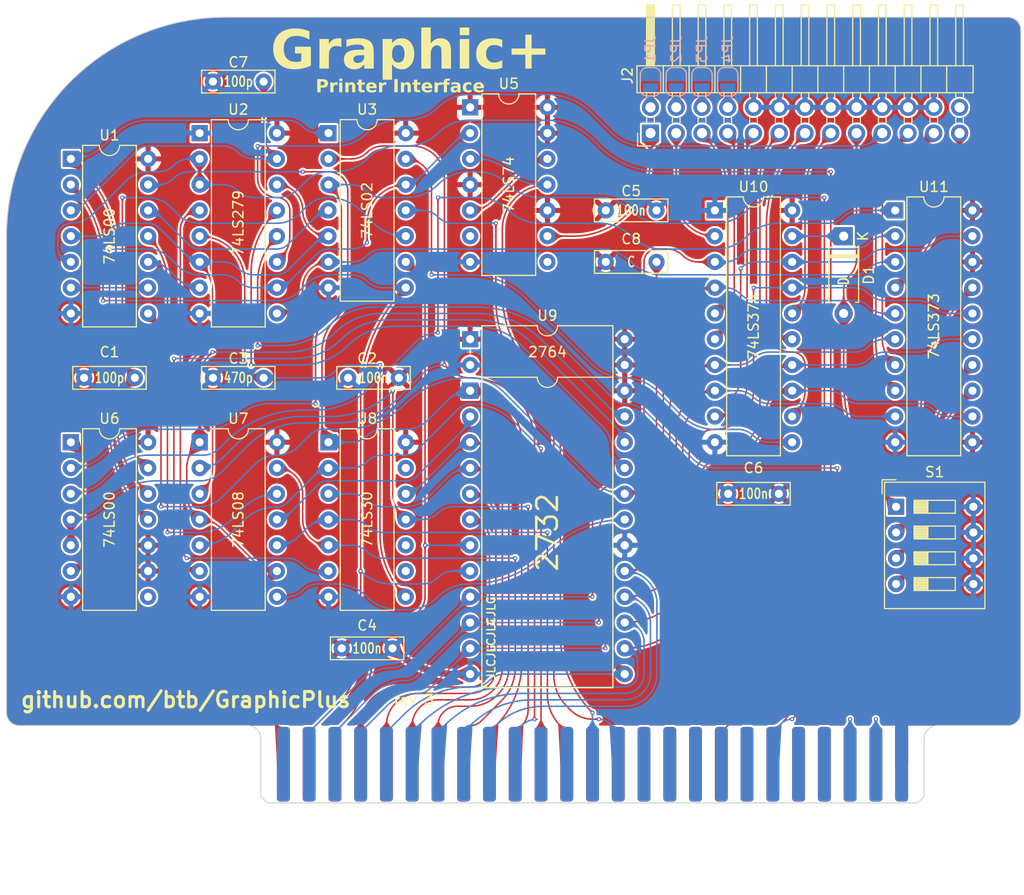
<source format=kicad_pcb>
(kicad_pcb (version 20221018) (generator pcbnew)
  (title_block (date "2023-09-21") (rev "3"))
  (layers (0 "F.Cu" signal) (31 "B.Cu" signal) (34 "B.Paste" user) (35 "F.Paste" user) (36 "B.SilkS" user "B.Silkscreen") (37 "F.SilkS" user "F.Silkscreen") (38 "B.Mask" user) (39 "F.Mask" user) (44 "Edge.Cuts" user))
  (net 0 "")
  (net 1 "Net-(C1-Pad1)")
  (net 2 "GND")
  (net 3 "+5V")
  (net 4 "/A0")
  (net 5 "/A1")
  (net 6 "/A2")
  (net 7 "/A3")
  (net 8 "/A4")
  (net 9 "/A5")
  (net 10 "/A6")
  (net 11 "/A7")
  (net 12 "/A8")
  (net 13 "/A9")
  (net 14 "/A10")
  (net 15 "/A11")
  (net 16 "/A12")
  (net 17 "/A13")
  (net 18 "/A14")
  (net 19 "/A15")
  (net 20 "/R{slash}~{W}")
  (net 21 "Net-(U2B-~{R})")
  (net 22 "Net-(D1-K)")
  (net 23 "/RDY")
  (net 24 "/~{DMA}")
  (net 25 "/DMA_IN")
  (net 26 "/INT_IN")
  (net 27 "/~{NMI}")
  (net 28 "/~{IRQ}")
  (net 29 "/~{RST}")
  (net 30 "/~{INH}")
  (net 31 "/-12V")
  (net 32 "/-5V")
  (net 33 "/PD7")
  (net 34 "/7M")
  (net 35 "/Q3")
  (net 36 "/PHI1")
  (net 37 "/USER1")
  (net 38 "/PHI0")
  (net 39 "/~{DEV}")
  (net 40 "/D7")
  (net 41 "/D6")
  (net 42 "/D5")
  (net 43 "/D4")
  (net 44 "/D3")
  (net 45 "/D2")
  (net 46 "/D1")
  (net 47 "/D0")
  (net 48 "/+12V")
  (net 49 "/~{IOSEL}")
  (net 51 "/~{IOSTB}")
  (net 53 "/~{STROBE}")
  (net 54 "/PD0")
  (net 55 "/PD1")
  (net 56 "/PD2")
  (net 57 "/PD3")
  (net 58 "/PD4")
  (net 59 "/PD5")
  (net 60 "/PD6")
  (net 61 "/~{ACK}")
  (net 62 "/BUSY")
  (net 63 "/P EMPTY")
  (net 64 "/SELECT")
  (net 66 "/~{BANK2}")
  (net 67 "Net-(U1-Pad11)")
  (net 68 "Net-(U1-Pad12)")
  (net 69 "Net-(U2B-Q)")
  (net 70 "/ACK")
  (net 71 "/~{OUTPUT}")
  (net 72 "/ROMA11")
  (net 73 "Net-(U2A-Q)")
  (net 74 "/G_OUTPUT")
  (net 75 "Net-(U11-OE)")
  (net 76 "Net-(U5A-Q)")
  (net 79 "Net-(U6-Pad1)")
  (net 80 "/~{ROMEN}")
  (net 81 "/ROMA8")
  (net 82 "/ROMA9")
  (net 83 "/ROMA10")
  (net 84 "/ROMA6")
  (net 85 "Net-(U11-D6)")
  (net 86 "Net-(U11-D5)")
  (net 87 "Net-(U11-D4)")
  (net 89 "Net-(U3-Pad10)")
  (net 90 "Net-(U1-Pad6)")
  (net 91 "Net-(J2-Pin_2)")
  (net 92 "Net-(J2-Pin_4)")
  (net 93 "Net-(J2-Pin_6)")
  (net 94 "Net-(J2-Pin_8)")
  (footprint "Capacitor_THT:C_Rect_L7.0mm_W2.0mm_P5.00mm" (layer "F.Cu") (at 136.485 69.85 180)
    (fp_text reference "C7")
    (fp_text value "100p")
  )
  (footprint "Package_DIP:DIP-14_W7.62mm" (layer "F.Cu") (at 130.175 105.41)
    (fp_text reference "U7")
    (fp_text value "74LS08")
  )
  (footprint "Capacitor_THT:C_Rect_L7.0mm_W2.0mm_P5.00mm" (layer "F.Cu") (at 136.485 99.06 180)
    (fp_text reference "C3")
    (fp_text value "470p")
  )
  (footprint "Package_DIP:DIP-14_W7.62mm" (layer "F.Cu") (at 117.475 105.41)
    (fp_text reference "U6")
    (fp_text value "74LS00")
  )
  (footprint "Capacitor_THT:C_Rect_L7.0mm_W2.0mm_P5.00mm" (layer "F.Cu") (at 144.185 125.73)
    (fp_text reference "C4")
    (fp_text value "100n")
  )
  (footprint "Package_DIP:DIP-16_W7.62mm" (layer "F.Cu") (at 130.175 74.93)
    (fp_text reference "U2")
    (fp_text value "74LS279")
  )
  (footprint "Package_DIP:DIP-14_W7.62mm" (layer "F.Cu") (at 142.875 105.41)
    (fp_text reference "U8")
    (fp_text value "74LS30")
  )
  (footprint "Package_DIP:DIP-28_W15.24mm" (layer "F.Cu") (at 156.845 95.25)
    (fp_text reference "U9")
    (fp_text value "2764")
  )
  (footprint "Diode_THT:D_A-405_P7.62mm_Horizontal" (layer "F.Cu") (at 193.675 85.09 -90)
    (fp_text reference "D1")
    (fp_text value "D")
  )
  (footprint "Capacitor_THT:C_Rect_L7.0mm_W2.0mm_P5.00mm" (layer "F.Cu") (at 149.82 99.06 180)
    (fp_text reference "C2")
    (fp_text value "100n")
  )
  (footprint "Capacitor_THT:C_Rect_L7.0mm_W2.0mm_P5.00mm" (layer "F.Cu") (at 123.785 99.06 180)
    (fp_text reference "C1")
    (fp_text value "100p")
  )
  (footprint "Package_DIP:DIP-24_W15.24mm" (layer "F.Cu") (at 156.845 100.33)
    (fp_text reference "U9Alt1")
    (fp_text value "2732")
  )
  (footprint "Button_Switch_THT:SW_DIP_SPSTx04_Slide_9.78x12.34mm_W7.62mm_P2.54mm" (layer "F.Cu") (at 198.84 111.77)
    (fp_text reference "S1")
    (fp_text value "SW_DIP_x04")
  )
  (footprint "Package_DIP:DIP-14_W7.62mm" (layer "F.Cu") (at 117.475 77.47)
    (fp_text reference "U1")
    (fp_text value "74LS00")
  )
  (footprint "Connector_PinHeader_2.54mm:PinHeader_2x13_P2.54mm_Horizontal" (layer "F.Cu") (at 174.625 74.93 90)
    (fp_text reference "J2")
    (fp_text value "Printer Connector")
  )
  (footprint "Capacitor_THT:C_Rect_L7.0mm_W2.0mm_P5.00mm" (layer "F.Cu") (at 170.22 82.55)
    (fp_text reference "C5")
    (fp_text value "100n")
  )
  (footprint "Package_DIP:DIP-14_W7.62mm" (layer "F.Cu") (at 142.875 74.93)
    (fp_text reference "U3")
    (fp_text value "74LS02")
  )
  (footprint "Capacitor_THT:C_Rect_L7.0mm_W2.0mm_P5.00mm" (layer "F.Cu") (at 187.285 110.49 180)
    (fp_text reference "C6")
    (fp_text value "100n")
  )
  (footprint "Capacitor_THT:C_Rect_L7.0mm_W2.0mm_P5.00mm" (layer "F.Cu") (at 170.22 87.63)
    (fp_text reference "C8")
    (fp_text value "C")
  )
  (footprint "Package_DIP:DIP-20_W7.62mm" (layer "F.Cu") (at 180.975 82.55)
    (fp_text reference "U10")
    (fp_text value "74LS374")
  )
  (footprint "Apple2:Apple II Expansion Edge Connector" (layer "F.Cu") (at 152.4 132.207)
    (fp_text reference "J1")
    (fp_text value "Apple II Expansion Bus" hide)
  )
  (footprint "Package_DIP:DIP-14_W7.62mm" (layer "F.Cu") (at 156.845 72.39)
    (fp_text reference "U5")
    (fp_text value "74LS74")
  )
  (footprint "Package_DIP:DIP-20_W7.62mm" (layer "F.Cu") (at 198.755 82.55)
    (fp_text reference "U11")
    (fp_text value "74LS373")
  )
  (footprint "Jumper:SolderJumper-2_P1.3mm_Open_RoundedPad1.0x1.5mm" (layer "B.Cu") (at 182.245 69.865 90)
    (fp_text reference "JP4")
    (fp_text value "~")
  )
  (footprint "Jumper:SolderJumper-2_P1.3mm_Open_RoundedPad1.0x1.5mm" (layer "B.Cu") (at 179.705 69.865 90)
    (fp_text reference "JP3")
    (fp_text value "~")
  )
  (footprint "Jumper:SolderJumper-2_P1.3mm_Open_RoundedPad1.0x1.5mm" (layer "B.Cu") (at 177.165 69.865 90)
    (fp_text reference "JP2")
    (fp_text value "~")
  )
  (footprint "Jumper:SolderJumper-2_P1.3mm_Open_RoundedPad1.0x1.5mm" (layer "B.Cu") (at 174.625 69.865 90)
    (fp_text reference "JP1")
    (fp_text value "~")
  )
  (gr_arc locked (start 209.8675 63.5) (mid 210.765526 63.871974) (end 211.1375 64.77) (stroke (width 0.1)) (layer "Edge.Cuts"))
  (gr_line locked (start 211.1375 132.08) (end 211.1375 64.77) (stroke (width 0.1)) (layer "Edge.Cuts"))
  (gr_line locked (start 111.125 132.08) (end 111.125 85.09) (stroke (width 0.1)) (layer "Edge.Cuts"))
  (gr_line locked (start 200.9775 140.97) (end 136.8425 140.97) (stroke (width 0.1)) (layer "Edge.Cuts"))
  (gr_arc locked (start 211.1375 132.08) (mid 210.765526 132.978026) (end 209.8675 133.35) (stroke (width 0.1)) (layer "Edge.Cuts"))
  (gr_arc locked (start 112.395 133.35) (mid 111.496974 132.978026) (end 111.125 132.08) (stroke (width 0.1)) (layer "Edge.Cuts"))
  (gr_line locked (start 201.6125 134.62) (end 201.6125 140.335) (stroke (width 0.1)) (layer "Edge.Cuts"))
  (gr_arc locked (start 134.9375 133.35) (mid 135.835526 133.721974) (end 136.2075 134.62) (stroke (width 0.1)) (layer "Edge.Cuts"))
  (gr_arc locked (start 201.6125 134.62) (mid 201.984474 133.721974) (end 202.8825 133.35) (stroke (width 0.1)) (layer "Edge.Cuts"))
  (gr_line locked (start 112.395 133.35) (end 134.9375 133.35) (stroke (width 0.1)) (layer "Edge.Cuts"))
  (gr_arc locked (start 111.125 85.09) (mid 117.448565 69.823565) (end 132.715 63.5) (stroke (width 0.1)) (layer "Edge.Cuts"))
  (gr_line locked (start 209.8675 63.5) (end 132.715 63.5) (stroke (width 0.1)) (layer "Edge.Cuts"))
  (gr_line locked (start 136.2075 134.62) (end 136.2075 140.335) (stroke (width 0.1)) (layer "Edge.Cuts"))
  (gr_line locked (start 202.8825 133.35) (end 209.8675 133.35) (stroke (width 0.1)) (layer "Edge.Cuts"))
  (gr_line locked (start 201.6125 140.335) (end 200.9775 140.97) (stroke (width 0.1)) (layer "Edge.Cuts"))
  (gr_line locked (start 136.2075 140.335) (end 136.8425 140.97) (stroke (width 0.1)) (layer "Edge.Cuts"))
  (gr_text "JLCJLCJLCJLC" (at 159.385 128.905 90) (layer "F.SilkS") (effects (font (size 0.8 0.8) (thickness 0.15) bold) (justify left bottom)))
  (gr_text "Graphic+" (at 137.16 69.215) (layer "F.SilkS") (effects (font (size 3.81 3.81) (thickness 0.508) bold) (justify left bottom)))
  (gr_text "Printer Interface" (at 141.605 71.12) (layer "F.SilkS") (effects (font (size 1.27 1.27) (thickness 0.3) bold) (justify left bottom)))
  (gr_text "rev ${REVISION}" (at 149.225 130.81) (layer "F.SilkS") (effects (font (size 1 1)) (justify left)))
  (gr_text locked "github.com/btb/GraphicPlus" (at 112.395 130.81) (layer "F.SilkS") (effects (font (size 1.5 1.5) (thickness 0.3)) (justify left)))
  (segment (start 117.475 77.47) (end 118.77691 78.77191) (width 0.15) (layer "F.Cu") (net 1))
  (segment (start 121.92 86.36) (end 121.92 94.557492) (width 0.15) (layer "F.Cu") (net 1))
  (segment (start 125.095 110.49) (end 125.06309 110.45809) (width 0.15) (layer "F.Cu") (net 1))
  (segment (start 123.295323 99.549678) (end 123.785 99.06) (width 0.15) (layer "F.Cu") (net 1))
  (arc (start 121.92 102.87) (mid 122.277435 101.073054) (end 123.295323 99.549678) (width 0.15) (layer "F.Cu") (net 1))
  (arc (start 121.92 94.557492) (mid 122.404697 96.994232) (end 123.785 99.06) (width 0.15) (layer "F.Cu") (net 1))
  (arc (start 118.77691 78.77191) (mid 121.103137 82.253355) (end 121.92 86.36) (width 0.15) (layer "F.Cu") (net 1))
  (arc (start 125.06309 110.45809) (mid 122.736863 106.976645) (end 121.92 102.87) (width 0.15) (layer "F.Cu") (net 1))
  (segment (start 142.875 74.93) (end 141.868025 74.93) (width 0.15) (layer "B.Cu") (net 1))
  (segment (start 138.801975 73.66) (end 130.175 73.66) (width 0.15) (layer "B.Cu") (net 1))
  (segment (start 130.175 73.66) (end 126.365 73.66) (width 0.15) (layer "B.Cu") (net 1))
  (segment (start 121.285 75.565) (end 120.727039 76.122961) (width 0.15) (layer "B.Cu") (net 1))
  (segment (start 126.365 73.66) (end 125.095 73.66) (width 0.15) (layer "B.Cu") (net 1))
  (segment (start 121.842961 75.007038) (end 121.285 75.565) (width 0.15) (layer "B.Cu") (net 1))
  (arc (start 141.868025 74.93) (mid 141.038358 74.764969) (end 140.335 74.295) (width 0.15) (layer "B.Cu") (net 1))
  (arc (start 125.095 73.66) (mid 123.335009 74.010084) (end 121.842961 75.007038) (width 0.15) (layer "B.Cu") (net 1))
  (arc (start 140.335 74.295) (mid 139.631643 73.825031) (end 138.801975 73.66) (width 0.15) (layer "B.Cu") (net 1))
  (arc (start 120.727039 76.122961) (mid 119.234991 77.119915) (end 117.475 77.47) (width 0.15) (layer "B.Cu") (net 1))
  (segment (start 155.317102 128.27) (end 156.845 128.27) (width 0.635) (layer "F.Cu") (net 2))
  (arc (start 155.317102 128.27) (mid 151.998433 127.609875) (end 149.185 125.73) (width 0.635) (layer "F.Cu") (net 2))
  (segment locked (start 199.39 137.16) (end 199.39 132.08) (width 1.27) (layer "B.Cu") (net 2))
  (segment locked (start 199.39 137.16) (end 199.39 132.08) (width 1.27) (layer "F.Cu") (net 3))
  (segment locked (start 140.97 134.883025) (end 140.97 137.16) (width 0.15) (layer "F.Cu") (net 4))
  (segment (start 146.05 118.11) (end 146.05 125.73) (width 0.15) (layer "F.Cu") (net 4))
  (segment (start 141.605 133.35) (end 143.804936 131.150064) (width 0.15) (layer "F.Cu") (net 4))
  (segment (start 146.05 118.11) (end 146.05 100.901179) (width 0.15) (layer "F.Cu") (net 4))
  (segment (start 120.65 91.44) (end 120.65 87.675128) (width 0.15) (layer "F.Cu") (net 4))
  (via (at 146.05 118.11) (size 0.4) (drill 0.2) (layers "F.Cu" "B.Cu") (net 4))
  (via (at 120.65 91.44) (size 0.4) (drill 0.2) (layers "F.Cu" "B.Cu") (net 4))
  (arc (start 120.65 87.675128) (mid 119.824844 83.526791) (end 117.475 80.01) (width 0.15) (layer "F.Cu") (net 4))
  (arc (start 143.804936 131.150064) (mid 145.466527 128.663318) (end 146.05 125.73) (width 0.15) (layer "F.Cu") (net 4))
  (arc (start 146.05 100.901179) (mid 147.205218 95.093506) (end 150.495 90.17) (width 0.15) (layer "F.Cu") (net 4))
  (arc locked (start 141.605 133.35) (mid 141.135031 134.053357) (end 140.97 134.883025) (width 0.15) (layer "F.Cu") (net 4))
  (segment (start 148.218025 90.17) (end 150.495 90.17) (width 0.15) (layer "B.Cu") (net 4))
  (segment (start 140.335 90.17) (end 140.706974 89.798026) (width 0.15) (layer "B.Cu") (net 4))
  (segment (start 142.875 88.9) (end 145.151975 88.9) (width 0.15) (layer "B.Cu") (net 4))
  (segment (start 130.175 91.44) (end 137.795 91.44) (width 0.15) (layer "B.Cu") (net 4))
  (segment (start 139.963025 90.541974) (end 140.335 90.17) (width 0.15) (layer "B.Cu") (net 4))
  (segment (start 130.175 91.44) (end 120.65 91.44) (width 0.15) (layer "B.Cu") (net 4))
  (segment (start 149.116051 119.38) (end 152.136975 119.38) (width 0.15) (layer "B.Cu") (net 4))
  (segment (start 155.203025 118.11) (end 156.845 118.11) (width 0.15) (layer "B.Cu") (net 4))
  (arc (start 145.151975 88.9) (mid 145.981642 89.065031) (end 146.685 89.535) (width 0.15) (layer "B.Cu") (net 4))
  (arc (start 152.136975 119.38) (mid 152.966642 119.214969) (end 153.67 118.745) (width 0.15) (layer "B.Cu") (net 4))
  (arc (start 137.795 91.44) (mid 138.968327 91.206611) (end 139.963025 90.541974) (width 0.15) (layer "B.Cu") (net 4))
  (arc (start 146.685 89.535) (mid 147.388357 90.004969) (end 148.218025 90.17) (width 0.15) (layer "B.Cu") (net 4))
  (arc (start 153.67 118.745) (mid 154.373357 118.275032) (end 155.203025 118.11) (width 0.15) (layer "B.Cu") (net 4))
  (arc (start 140.706974 89.798026) (mid 141.701672 89.133389) (end 142.875 88.9) (width 0.15) (layer "B.Cu") (net 4))
  (arc (start 146.05 118.11) (mid 147.456717 119.049938) (end 149.116051 119.38) (width 0.15) (layer "B.Cu") (net 4))
  (segment (start 152.4 115.57) (end 152.4 120.65) (width 0.15) (layer "F.Cu") (net 5))
  (segment (start 144.145 133.35) (end 144.17691 133.31809) (width 0.15) (layer "F.Cu") (net 5))
  (segment locked (start 143.51 134.883025) (end 143.51 137.16) (width 0.15) (layer "F.Cu") (net 5))
  (segment (start 151.950987 89.085987) (end 150.495 87.63) (width 0.15) (layer "F.Cu") (net 5))
  (segment (start 147.32 124.46) (end 147.32 125.73) (width 0.15) (layer "F.Cu") (net 5))
  (segment (start 152.4 115.57) (end 152.4 90.17) (width 0.15) (layer "F.Cu") (net 5))
  (segment (start 150.495 122.555) (end 149.225 122.555) (width 0.15) (layer "F.Cu") (net 5))
  (via (at 152.4 115.57) (size 0.4) (drill 0.2) (layers "F.Cu" "B.Cu") (net 5))
  (arc (start 144.17691 133.31809) (mid 146.503138 129.836645) (end 147.32 125.73) (width 0.15) (layer "F.Cu") (net 5))
  (arc (start 152.4 90.17) (mid 152.283305 89.583336) (end 151.950987 89.085987) (width 0.15) (layer "F.Cu") (net 5))
  (arc locked (start 144.145 133.35) (mid 143.675031 134.053357) (end 143.51 134.883025) (width 0.15) (layer "F.Cu") (net 5))
  (arc (start 149.225 122.555) (mid 147.877962 123.112962) (end 147.32 124.46) (width 0.15) (layer "F.Cu") (net 5))
  (arc (start 152.4 120.65) (mid 151.842038 121.997038) (end 150.495 122.555) (width 0.15) (layer "F.Cu") (net 5))
  (segment (start 156.845 115.57) (end 152.4 115.57) (width 0.15) (layer "B.Cu") (net 5))
  (segment (start 158.75 114.935) (end 158.75 127.635) (width 0.15) (layer "F.Cu") (net 6))
  (segment (start 146.05 133.35) (end 146.05 137.16) (width 0.15) (layer "F.Cu") (net 6))
  (segment (start 156.845 129.54) (end 149.86 129.54) (width 0.15) (layer "F.Cu") (net 6))
  (arc (start 158.75 127.635) (mid 158.192038 128.982038) (end 156.845 129.54) (width 0.15) (layer "F.Cu") (net 6))
  (arc (start 156.845 113.03) (mid 158.192038 113.587962) (end 158.75 114.935) (width 0.15) (layer "F.Cu") (net 6))
  (arc (start 149.86 129.54) (mid 147.165923 130.655923) (end 146.05 133.35) (width 0.15) (layer "F.Cu") (net 6))
  (segment (start 148.59 137.16) (end 148.59 133.35) (width 0.15) (layer "F.Cu") (net 7))
  (segment (start 159.385 113.03) (end 159.385 127.635) (width 0.15) (layer "F.Cu") (net 7))
  (segment (start 151.765 130.175) (end 156.845 130.175) (width 0.15) (layer "F.Cu") (net 7))
  (arc (start 156.845 110.49) (mid 158.641051 111.233949) (end 159.385 113.03) (width 0.15) (layer "F.Cu") (net 7))
  (arc (start 159.385 127.635) (mid 158.641051 129.431051) (end 156.845 130.175) (width 0.15) (layer "F.Cu") (net 7))
  (arc (start 148.59 133.35) (mid 149.519936 131.104936) (end 151.765 130.175) (width 0.15) (layer "F.Cu") (net 7))
  (segment (start 151.13 137.16) (end 151.13 133.35) (width 0.15) (layer "F.Cu") (net 8))
  (segment (start 153.67 130.81) (end 156.845 130.81) (width 0.15) (layer "F.Cu") (net 8))
  (segment (start 160.02 111.125) (end 160.02 127.635) (width 0.15) (layer "F.Cu") (net 8))
  (arc (start 156.845 107.95) (mid 159.090064 108.879936) (end 160.02 111.125) (width 0.15) (layer "F.Cu") (net 8))
  (arc (start 151.13 133.35) (mid 151.873949 131.553949) (end 153.67 130.81) (width 0.15) (layer "F.Cu") (net 8))
  (arc (start 160.02 127.635) (mid 159.090064 129.880064) (end 156.845 130.81) (width 0.15) (layer "F.Cu") (net 8))
  (segment (start 145.151975 110.49) (end 142.875 110.49) (width 0.15) (layer "B.Cu") (net 8))
  (segment (start 150.495 111.76) (end 148.218025 111.76) (width 0.15) (layer "B.Cu") (net 8))
  (segment (start 152.663025 110.861974) (end 153.67 109.855) (width 0.15) (layer "B.Cu") (net 8))
  (segment (start 153.67 109.855) (end 154.676974 108.848026) (width 0.15) (layer "B.Cu") (net 8))
  (arc (start 154.676974 108.848026) (mid 155.671672 108.183389) (end 156.845 107.95) (width 0.15) (layer "B.Cu") (net 8))
  (arc (start 146.685 111.125) (mid 145.981643 110.655031) (end 145.151975 110.49) (width 0.15) (layer "B.Cu") (net 8))
  (arc (start 148.218025 111.76) (mid 147.388358 111.594969) (end 146.685 111.125) (width 0.15) (layer "B.Cu") (net 8))
  (arc (start 150.495 111.76) (mid 151.668327 111.526611) (end 152.663025 110.861974) (width 0.15) (layer "B.Cu") (net 8))
  (segment (start 160.655 109.22) (end 160.655 127.635) (width 0.15) (layer "F.Cu") (net 9))
  (segment (start 153.67 137.16) (end 153.67 133.35) (width 0.15) (layer "F.Cu") (net 9))
  (segment (start 155.575 131.445) (end 156.845 131.445) (width 0.15) (layer "F.Cu") (net 9))
  (arc (start 156.845 131.445) (mid 159.539077 130.329077) (end 160.655 127.635) (width 0.15) (layer "F.Cu") (net 9))
  (arc (start 156.845 105.41) (mid 159.539077 106.525923) (end 160.655 109.22) (width 0.15) (layer "F.Cu") (net 9))
  (arc (start 153.67 133.35) (mid 154.227962 132.002962) (end 155.575 131.445) (width 0.15) (layer "F.Cu") (net 9))
  (segment (start 151.579013 110.040987) (end 155.760987 105.859013) (width 0.15) (layer "B.Cu") (net 9))
  (arc (start 150.495 110.49) (mid 151.081664 110.373305) (end 151.579013 110.040987) (width 0.15) (layer "B.Cu") (net 9))
  (arc (start 155.760987 105.859013) (mid 156.258336 105.526695) (end 156.845 105.41) (width 0.15) (layer "B.Cu") (net 9))
  (segment (start 140.334996 113.029996) (end 140.334996 110.489996) (width 0.15) (layer "F.Cu") (net 10))
  (segment (start 156.21 133.985) (end 156.21 137.16) (width 0.15) (layer "F.Cu") (net 10))
  (segment (start 161.29 116.84) (end 161.29 127.635) (width 0.15) (layer "F.Cu") (net 10))
  (segment (start 159.385 131.445) (end 157.929013 132.900987) (width 0.15) (layer "F.Cu") (net 10))
  (segment (start 159.942962 130.887039) (end 159.385 131.445) (width 0.15) (layer "F.Cu") (net 10))
  (via (at 161.29 116.84) (size 0.4) (drill 0.2) (layers "F.Cu" "B.Cu") (net 10))
  (arc (start 156.845 133.35) (mid 156.395987 133.535987) (end 156.21 133.985) (width 0.15) (layer "F.Cu") (net 10))
  (arc (start 161.29 127.635) (mid 160.939916 129.394991) (end 159.942962 130.887039) (width 0.15) (layer "F.Cu") (net 10))
  (arc (start 140.334996 110.489996) (mid 139.591048 108.693948) (end 137.795 107.95) (width 0.15) (layer "F.Cu") (net 10))
  (arc (start 142.875 115.57) (mid 141.078946 114.82605) (end 140.334996 113.029996) (width 0.15) (layer "F.Cu") (net 10))
  (arc (start 157.929013 132.900987) (mid 157.431664 133.233305) (end 156.845 133.35) (width 0.15) (layer "F.Cu") (net 10))
  (segment (start 145.151975 115.57) (end 142.875 115.57) (width 0.15) (layer "B.Cu") (net 10))
  (segment (start 161.29 116.84) (end 148.218025 116.84) (width 0.15) (layer "B.Cu") (net 10))
  (arc (start 148.218025 116.84) (mid 147.388358 116.674969) (end 146.685 116.205) (width 0.15) (layer "B.Cu") (net 10))
  (arc (start 146.685 116.205) (mid 145.981643 115.735031) (end 145.151975 115.57) (width 0.15) (layer "B.Cu") (net 10))
  (segment (start 142.24 96.411051) (end 142.24 103.876975) (width 0.15) (layer "F.Cu") (net 11))
  (segment (start 158.75 137.16) (end 158.75 134.883025) (width 0.15) (layer "F.Cu") (net 11))
  (segment (start 140.335 78.74) (end 142.875 78.74) (width 0.15) (layer "F.Cu") (net 11))
  (segment (start 144.78 80.645) (end 144.78 90.278949) (width 0.15) (layer "F.Cu") (net 11))
  (segment (start 161.925 127.217898) (end 161.925 125.095) (width 0.15) (layer "F.Cu") (net 11))
  (segment (start 161.925 125.095) (end 161.925 105.41) (width 0.15) (layer "F.Cu") (net 11))
  (via (at 140.335 78.74) (size 0.4) (drill 0.2) (layers "F.Cu" "B.Cu") (net 11))
  (arc (start 158.75 134.883025) (mid 158.915031 134.053358) (end 159.385 133.35) (width 0.15) (layer "F.Cu") (net 11))
  (arc (start 142.24 103.876975) (mid 142.405031 104.706642) (end 142.875 105.41) (width 0.15) (layer "F.Cu") (net 11))
  (arc (start 161.925 105.41) (mid 160.437102 101.817898) (end 156.845 100.33) (width 0.15) (layer "F.Cu") (net 11))
  (arc (start 142.875 78.74) (mid 144.222038 79.297962) (end 144.78 80.645) (width 0.15) (layer "F.Cu") (net 11))
  (arc (start 159.385 133.35) (mid 161.264876 130.536568) (end 161.925 127.217898) (width 0.15) (layer "F.Cu") (net 11))
  (arc (start 144.78 90.278949) (mid 144.449938 91.938283) (end 143.51 93.345) (width 0.15) (layer "F.Cu") (net 11))
  (arc (start 143.51 93.345) (mid 142.570062 94.751715) (end 142.24 96.411051) (width 0.15) (layer "F.Cu") (net 11))
  (segment (start 137.268949 78.74) (end 140.335 78.74) (width 0.15) (layer "B.Cu") (net 11))
  (segment (start 125.095 80.01) (end 126.101975 80.01) (width 0.15) (layer "B.Cu") (net 11))
  (segment (start 154.676975 101.228026) (end 153.67 102.235) (width 0.15) (layer "B.Cu") (net 11))
  (segment (start 145.151975 105.41) (end 142.875 105.41) (width 0.15) (layer "B.Cu") (net 11))
  (segment (start 153.67 102.235) (end 152.663026 103.241974) (width 0.15) (layer "B.Cu") (net 11))
  (segment (start 150.495 104.14) (end 148.218025 104.14) (width 0.15) (layer "B.Cu") (net 11))
  (segment (start 129.168025 78.74) (end 137.268949 78.74) (width 0.15) (layer "B.Cu") (net 11))
  (arc (start 152.663026 103.241974) (mid 151.668328 103.906611) (end 150.495 104.14) (width 0.15) (layer "B.Cu") (net 11))
  (arc (start 148.218025 104.14) (mid 147.388358 104.305031) (end 146.685 104.775) (width 0.15) (layer "B.Cu") (net 11))
  (arc (start 127.635 79.375) (mid 128.338357 78.905032) (end 129.168025 78.74) (width 0.15) (layer "B.Cu") (net 11))
  (arc (start 146.685 104.775) (mid 145.981643 105.244968) (end 145.151975 105.41) (width 0.15) (layer "B.Cu") (net 11))
  (arc (start 156.845 100.33) (mid 155.671673 100.563389) (end 154.676975 101.228026) (width 0.15) (layer "B.Cu") (net 11))
  (arc (start 126.101975 80.01) (mid 126.931642 79.844969) (end 127.635 79.375) (width 0.15) (layer "B.Cu") (net 11))
  (segment (start 161.29 137.16) (end 161.29 134.883025) (width 0.15) (layer "F.Cu") (net 12))
  (segment (start 149.225 100.33) (end 149.225 110.49) (width 0.15) (layer "F.Cu") (net 12))
  (segment (start 162.56 131.816975) (end 162.56 111.76) (width 0.15) (layer "F.Cu") (net 12))
  (segment locked (start 161.29 137.16) (end 161.29 134.658656) (width 0.15) (layer "F.Cu") (net 12))
  (segment (start 150.123026 112.658025) (end 150.495 113.03) (width 0.15) (layer "F.Cu") (net 12))
  (via (at 149.225 100.33) (size 0.4) (drill 0.2) (layers "F.Cu" "B.Cu") (net 12))
  (via (at 162.56 111.76) (size 0.4) (drill 0.2) (layers "F.Cu" "B.Cu") (net 12))
  (arc (start 161.925 133.35) (mid 162.394969 132.646643) (end 162.56 131.816975) (width 0.15) (layer "F.Cu") (net 12))
  (arc (start 161.29 134.883025) (mid 161.455031 134.053358) (end 161.925 133.35) (width 0.15) (layer "F.Cu") (net 12))
  (arc (start 149.225 110.49) (mid 149.458389 111.663327) (end 150.123026 112.658025) (width 0.15) (layer "F.Cu") (net 12))
  (segment (start 143.092898 102.87) (end 140.335 102.87) (width 0.15) (layer "B.Cu") (net 12))
  (segment (start 162.56 111.76) (end 155.203025 111.76) (width 0.15) (layer "B.Cu") (net 12))
  (segment (start 152.136975 113.03) (end 150.495 113.03) (width 0.15) (layer "B.Cu") (net 12))
  (segment (start 133.35 106.045) (end 133.830923 105.564077) (width 0.15) (layer "B.Cu") (net 12))
  (segment (start 133.35 106.045) (end 132.343025 107.051974) (width 0.15) (layer "B.Cu") (net 12))
  (arc (start 132.343025 107.051974) (mid 131.348327 107.716611) (end 130.175 107.95) (width 0.15) (layer "B.Cu") (net 12))
  (arc (start 153.67 112.395) (mid 152.966642 112.864969) (end 152.136975 113.03) (width 0.15) (layer "B.Cu") (net 12))
  (arc (start 149.225 100.33) (mid 146.411568 102.209875) (end 143.092898 102.87) (width 0.15) (layer "B.Cu") (net 12))
  (arc (start 155.203025 111.76) (mid 154.373357 111.925032) (end 153.67 112.395) (width 0.15) (layer "B.Cu") (net 12))
  (arc (start 133.830923 105.564077) (mid 136.815018 103.570168) (end 140.335 102.87) (width 0.15) (layer "B.Cu") (net 12))
  (segment (start 163.83 127.635) (end 163.83 125.095) (width 0.15) (layer "F.Cu") (net 13))
  (segment (start 163.83 125.095) (end 163.83 106.045) (width 0.15) (layer "F.Cu") (net 13))
  (segment (start 163.83 137.16) (end 163.83 127.635) (width 0.15) (layer "F.Cu") (net 13))
  (via (at 163.83 106.045) (size 0.4) (drill 0.2) (layers "F.Cu" "B.Cu") (net 13))
  (segment (start 138.879013 111.310987) (end 141.790987 108.399013) (width 0.15) (layer "B.Cu") (net 13))
  (segment (start 133.427039 114.222962) (end 133.985 113.665) (width 0.15) (layer "B.Cu") (net 13))
  (segment (start 163.83 106.045) (end 161.181051 103.396051) (width 0.15) (layer "B.Cu") (net 13))
  (segment (start 150.495 106.68) (end 148.218025 106.68) (width 0.15) (layer "B.Cu") (net 13))
  (segment (start 145.151975 107.95) (end 142.875 107.95) (width 0.15) (layer "B.Cu") (net 13))
  (segment (start 133.985 113.665) (end 134.542961 113.107039) (width 0.15) (layer "B.Cu") (net 13))
  (segment (start 155.760987 102.049013) (end 151.579013 106.230987) (width 0.15) (layer "B.Cu") (net 13))
  (arc (start 146.685 107.315) (mid 145.981643 107.784968) (end 145.151975 107.95) (width 0.15) (layer "B.Cu") (net 13))
  (arc (start 130.175 115.57) (mid 131.934991 115.219916) (end 133.427039 114.222962) (width 0.15) (layer "B.Cu") (net 13))
  (arc (start 161.181051 103.396051) (mid 159.191654 102.066778) (end 156.845 101.6) (width 0.15) (layer "B.Cu") (net 13))
  (arc (start 151.579013 106.230987) (mid 151.081664 106.563305) (end 150.495 106.68) (width 0.15) (layer "B.Cu") (net 13))
  (arc (start 134.542961 113.107039) (mid 136.035009 112.110085) (end 137.795 111.76) (width 0.15) (layer "B.Cu") (net 13))
  (arc (start 141.790987 108.399013) (mid 142.288336 108.066695) (end 142.875 107.95) (width 0.15) (layer "B.Cu") (net 13))
  (arc (start 156.845 101.6) (mid 156.258336 101.716695) (end 155.760987 102.049013) (width 0.15) (layer "B.Cu") (net 13))
  (arc (start 148.218025 106.68) (mid 147.388358 106.845031) (end 146.685 107.315) (width 0.15) (layer "B.Cu") (net 13))
  (arc (start 137.795 111.76) (mid 138.381664 111.643305) (end 138.879013 111.310987) (width 0.15) (layer "B.Cu") (net 13))
  (segment (start 164.465 114.3) (end 164.465 119.38) (width 0.15) (layer "F.Cu") (net 14))
  (segment (start 166.37 137.16) (end 166.37 134.883025) (width 0.15) (layer "F.Cu") (net 14))
  (segment (start 164.465 130.283949) (end 164.465 119.38) (width 0.15) (layer "F.Cu") (net 14))
  (via (at 164.465 114.3) (size 0.4) (drill 0.2) (layers "F.Cu" "B.Cu") (net 14))
  (arc (start 165.735 133.35) (mid 164.795063 131.943285) (end 164.465 130.283949) (width 0.15) (layer "F.Cu") (net 14))
  (arc (start 166.37 134.883025) (mid 166.204969 134.053358) (end 165.735 133.35) (width 0.15) (layer "F.Cu") (net 14))
  (segment (start 164.465 114.3) (end 148.218025 114.3) (width 0.15) (layer "B.Cu") (net 14))
  (segment (start 140.335 114.3) (end 140.706974 113.928026) (width 0.15) (layer "B.Cu") (net 14))
  (segment (start 145.151975 113.03) (end 142.875 113.03) (width 0.15) (layer "B.Cu") (net 14))
  (segment (start 139.963025 114.671974) (end 140.335 114.3) (width 0.15) (layer "B.Cu") (net 14))
  (arc (start 137.795 115.57) (mid 138.968327 115.336611) (end 139.963025 114.671974) (width 0.15) (layer "B.Cu") (net 14))
  (arc (start 148.218025 114.3) (mid 147.388358 114.134969) (end 146.685 113.665) (width 0.15) (layer "B.Cu") (net 14))
  (arc (start 140.706974 113.928026) (mid 141.701672 113.263389) (end 142.875 113.03) (width 0.15) (layer "B.Cu") (net 14))
  (arc (start 146.685 113.665) (mid 145.981643 113.195031) (end 145.151975 113.03) (width 0.15) (layer "B.Cu") (net 14))
  (segment (start 144.145 90.17) (end 144.145 82.55) (width 0.15) (layer "F.Cu") (net 20))
  (segment (start 191.77 106.045) (end 191.77 81.28) (width 0.15) (layer "F.Cu") (net 20))
  (segment (start 142.875 92.71) (end 143.246974 92.338025) (width 0.15) (layer "F.Cu") (net 20))
  (segment locked (start 181.61 134.883025) (end 181.61 137.16) (width 0.15) (layer "F.Cu") (net 20))
  (segment (start 191.77 110.354616) (end 191.77 106.045) (width 0.15) (layer "F.Cu") (net 20))
  (segment (start 141.605 101.6) (end 141.605 95.776051) (width 0.15) (layer "F.Cu") (net 20))
  (segment (start 143.246974 80.381975) (end 142.875 80.01) (width 0.15) (layer "F.Cu") (net 20))
  (via (at 191.77 81.28) (size 0.4) (drill 0.2) (layers "F.Cu" "B.Cu") (net 20))
  (via (at 141.605 101.6) (size 0.4) (drill 0.2) (layers "F.Cu" "B.Cu") (net 20))
  (arc (start 182.245 133.35) (mid 189.294533 122.799629) (end 191.77 110.354616) (width 0.15) (layer "F.Cu") (net 20))
  (arc (start 143.246974 92.338025) (mid 143.911611 91.343327) (end 144.145 90.17) (width 0.15) (layer "F.Cu") (net 20))
  (arc (start 144.145 82.55) (mid 143.911611 81.376673) (end 143.246974 80.381975) (width 0.15) (layer "F.Cu") (net 20))
  (arc locked (start 182.245 133.35) (mid 181.775031 134.053358) (end 181.61 134.883025) (width 0.15) (layer "F.Cu") (net 20))
  (arc (start 141.605 95.776051) (mid 141.935062 94.116715) (end 142.875 92.71) (width 0.15) (layer "F.Cu") (net 20))
  (segment (start 130.918949 104.14) (end 125.095 104.14) (width 0.15) (layer "B.Cu") (net 20))
  (segment (start 163.721051 81.28) (end 169.653949 81.28) (width 0.15) (layer "B.Cu") (net 20))
  (segment (start 175.786051 83.82) (end 181.083949 83.82) (width 0.15) (layer "B.Cu") (net 20))
  (segment (start 187.216051 81.28) (end 191.77 81.28) (width 0.15) (layer "B.Cu") (net 20))
  (segment (start 148.218025 81.28) (end 150.603949 81.28) (width 0.15) (layer "B.Cu") (net 20))
  (segment (start 141.605 101.6) (end 137.051051 101.6) (width 0.15) (layer "B.Cu") (net 20))
  (segment (start 121.285 106.045) (end 121.842961 105.487039) (width 0.15) (layer "B.Cu") (net 20))
  (segment (start 142.875 80.01) (end 145.151975 80.01) (width 0.15) (layer "B.Cu") (net 20))
  (segment (start 120.727039 106.602962) (end 121.285 106.045) (width 0.15) (layer "B.Cu") (net 20))
  (segment (start 156.736051 78.74) (end 157.588949 78.74) (width 0.15) (layer "B.Cu") (net 20))
  (arc (start 137.051051 101.6) (mid 135.391717 101.930062) (end 133.985 102.87) (width 0.15) (layer "B.Cu") (net 20))
  (arc (start 184.15 82.55) (mid 185.556715 81.610063) (end 187.216051 81.28) (width 0.15) (layer "B.Cu") (net 20))
  (arc (start 133.985 102.87) (mid 132.578285 103.809937) (end 130.918949 104.14) (width 0.15) (layer "B.Cu") (net 20))
  (arc (start 117.475 107.95) (mid 119.234991 107.599916) (end 120.727039 106.602962) (width 0.15) (layer "B.Cu") (net 20))
  (arc (start 145.151975 80.01) (mid 145.981642 80.175031) (end 146.685 80.645) (width 0.15) (layer "B.Cu") (net 20))
  (arc (start 153.67 80.01) (mid 155.076715 79.070063) (end 156.736051 78.74) (width 0.15) (layer "B.Cu") (net 20))
  (arc (start 172.72 82.55) (mid 174.126715 83.489938) (end 175.786051 83.82) (width 0.15) (layer "B.Cu") (net 20))
  (arc (start 160.655 80.01) (mid 162.061715 80.949938) (end 163.721051 81.28) (width 0.15) (layer "B.Cu") (net 20))
  (arc (start 169.653949 81.28) (mid 171.313283 81.610062) (end 172.72 82.55) (width 0.15) (layer "B.Cu") (net 20))
  (arc (start 157.588949 78.74) (mid 159.248283 79.070062) (end 160.655 80.01) (width 0.15) (layer "B.Cu") (net 20))
  (arc (start 121.842961 105.487039) (mid 123.335009 104.490085) (end 125.095 104.14) (width 0.15) (layer "B.Cu") (net 20))
  (arc (start 146.685 80.645) (mid 147.388357 81.114969) (end 148.218025 81.28) (width 0.15) (layer "B.Cu") (net 20))
  (arc (start 150.603949 81.28) (mid 152.263283 80.949938) (end 153.67 80.01) (width 0.15) (layer "B.Cu") (net 20))
  (arc (start 181.083949 83.82) (mid 182.743283 83.489938) (end 184.15 82.55) (width 0.15) (layer "B.Cu") (net 20))
  (segment (start 147.955 97.79) (end 147.955 114.517898) (width 0.15) (layer "F.Cu") (net 21))
  (segment (start 134.62 89.535) (end 134.62 97.79) (width 0.15) (layer "F.Cu") (net 21))
  (segment (start 135.89 99.06) (end 136.485 99.06) (width 0.15) (layer "F.Cu") (net 21))
  (via (at 147.955 97.79) (size 0.4) (drill 0.2) (layers "F.Cu" "B.Cu") (net 21))
  (arc (start 147.955 114.517898) (mid 148.615124 117.836567) (end 150.495 120.65) (width 0.15) (layer "F.Cu") (net 21))
  (arc (start 130.175 85.09) (mid 133.31809 86.39191) (end 134.62 89.535) (width 0.15) (layer "F.Cu") (net 21))
  (arc (start 134.62 97.79) (mid 134.991974 98.688026) (end 135.89 99.06) (width 0.15) (layer "F.Cu") (net 21))
  (segment (start 136.485 99.06) (end 141.976975 99.06) (width 0.15) (layer "B.Cu") (net 21))
  (segment (start 147.955 97.79) (end 144.78 97.79) (width 0.15) (layer "B.Cu") (net 21))
  (segment (start 143.695987 98.239013) (end 143.51 98.425) (width 0.15) (layer "B.Cu") (net 21))
  (arc (start 144.78 97.79) (mid 144.193336 97.906695) (end 143.695987 98.239013) (width 0.15) (layer "B.Cu") (net 21))
  (arc (start 141.976975 99.06) (mid 142.806642 98.894969) (end 143.51 98.425) (width 0.15) (layer "B.Cu") (net 21))
  (segment (start 193.675 85.09) (end 188.595 85.09) (width 0.15) (layer "B.Cu") (net 22))
  (segment locked (start 196.85 132.715) (end 196.85 137.16) (width 0.15) (layer "F.Cu") (net 25))
  (via (at 196.85 132.715) (size 0.4) (drill 0.2) (layers "F.Cu" "B.Cu") (net 25))
  (segment locked (start 196.85 137.16) (end 196.85 132.715) (width 0.15) (layer "B.Cu") (net 25))
  (segment locked (start 194.31 132.715) (end 194.31 137.16) (width 0.15) (layer "F.Cu") (net 26))
  (via (at 194.31 132.715) (size 0.4) (drill 0.2) (layers "F.Cu" "B.Cu") (net 26))
  (segment locked (start 194.31 137.16) (end 194.31 132.715) (width 0.15) (layer "B.Cu") (net 26))
  (segment (start 193.04 107.95) (end 193.04 121.983821) (width 0.15) (layer "F.Cu") (net 29))
  (segment (start 135.89 89.689076) (end 135.89 95.885) (width 0.15) (layer "F.Cu") (net 29))
  (via (at 193.04 107.95) (size 0.4) (drill 0.2) (layers "F.Cu" "B.Cu") (net 29))
  (via (at 135.89 95.885) (size 0.4) (drill 0.2) (layers "F.Cu" "B.Cu") (net 29))
  (via (at 188.595 132.715) (size 0.4) (drill 0.2) (layers "F.Cu" "B.Cu") (net 29))
  (arc (start 193.04 121.983821) (mid 191.884782 127.791494) (end 188.595 132.715) (width 0.15) (layer "F.Cu") (net 29))
  (arc (start 137.795 85.09) (mid 136.385094 87.200074) (end 135.89 89.689076) (width 0.15) (layer "F.Cu") (net 29))
  (segment (start 138.275924 95.885) (end 135.89 95.885) (width 0.15) (layer "B.Cu") (net 29))
  (segment (start 171.000987 101.150987) (end 165.06809 95.21809) (width 0.15) (layer "B.Cu") (net 29))
  (segment (start 157.48 92.075) (end 147.474076 92.075) (width 0.15) (layer "B.Cu") (net 29))
  (segment (start 176.53 104.775) (end 178.806974 107.051974) (width 0.15) (layer "B.Cu") (net 29))
  (segment (start 174.253025 102.498026) (end 176.53 104.775) (width 0.15) (layer "B.Cu") (net 29))
  (segment (start 187.325 133.35) (end 187.510987 133.164013) (width 0.15) (layer "B.Cu") (net 29))
  (segment (start 193.04 107.95) (end 180.975 107.95) (width 0.15) (layer "B.Cu") (net 29))
  (segment locked (start 186.69 137.16) (end 186.69 134.883025) (width 0.15) (layer "B.Cu") (net 29))
  (arc locked (start 186.69 134.883025) (mid 186.855031 134.053358) (end 187.325 133.35) (width 0.15) (layer "B.Cu") (net 29))
  (arc (start 165.06809 95.21809) (mid 161.586645 92.891862) (end 157.48 92.075) (width 0.15) (layer "B.Cu") (net 29))
  (arc (start 187.510987 133.164013) (mid 188.008336 132.831695) (end 188.595 132.715) (width 0.15) (layer "B.Cu") (net 29))
  (arc (start 147.474076 92.075) (mid 144.985074 92.570094) (end 142.875 93.98) (width 0.15) (layer "B.Cu") (net 29))
  (arc (start 178.806974 107.051974) (mid 179.801672 107.716611) (end 180.975 107.95) (width 0.15) (layer "B.Cu") (net 29))
  (arc (start 172.085 101.6) (mid 173.258327 101.833389) (end 174.253025 102.498026) (width 0.15) (layer "B.Cu") (net 29))
  (arc (start 172.085 101.6) (mid 171.498336 101.483305) (end 171.000987 101.150987) (width 0.15) (layer "B.Cu") (net 29))
  (arc (start 142.875 93.98) (mid 140.764926 95.389907) (end 138.275924 95.885) (width 0.15) (layer "B.Cu") (net 29))
  (segment (start 194.945 85.725) (end 194.945 87.366975) (width 0.15) (layer "F.Cu") (net 33))
  (segment (start 193.675 90.433025) (end 193.675 92.71) (width 0.15) (layer "F.Cu") (net 33))
  (segment (start 193.675 92.71) (end 193.675 99.300587) (width 0.15) (layer "F.Cu") (net 33))
  (segment (start 194.945 85.725) (end 194.945 74.93) (width 0.15) (layer "F.Cu") (net 33))
  (arc (start 193.675 99.300587) (mid 195.017339 106.048984) (end 198.84 111.77) (width 0.15) (layer "F.Cu") (net 33))
  (arc (start 194.31 88.9) (mid 193.840031 89.603357) (end 193.675 90.433025) (width 0.15) (layer "F.Cu") (net 33))
  (arc (start 194.945 87.366975) (mid 194.779969 88.196642) (end 194.31 88.9) (width 0.15) (layer "F.Cu") (net 33))
  (segment (start 159.385 91.394872) (end 159.385 83.82) (width 0.15) (layer "F.Cu") (net 35))
  (segment (start 166.741974 131.816974) (end 166.37 131.445) (width 0.15) (layer "F.Cu") (net 35))
  (segment (start 169.545 132.715) (end 168.91 132.715) (width 0.15) (layer "F.Cu") (net 35))
  (segment (start 165.1 128.378949) (end 165.1 105.192102) (width 0.15) (layer "F.Cu") (net 35))
  (via (at 159.385 83.82) (size 0.4) (drill 0.2) (layers "F.Cu" "B.Cu") (net 35))
  (via (at 169.545 132.715) (size 0.4) (drill 0.2) (layers "F.Cu" "B.Cu") (net 35))
  (arc (start 166.37 131.445) (mid 165.430062 130.038283) (end 165.1 128.378949) (width 0.15) (layer "F.Cu") (net 35))
  (arc (start 162.56 99.06) (mid 160.210156 95.543209) (end 159.385 91.394872) (width 0.15) (layer "F.Cu") (net 35))
  (arc (start 165.1 105.192102) (mid 164.439876 101.873433) (end 162.56 99.06) (width 0.15) (layer "F.Cu") (net 35))
  (arc (start 168.91 132.715) (mid 167.736672 132.481611) (end 166.741974 131.816974) (width 0.15) (layer "F.Cu") (net 35))
  (segment (start 159.385 83.82) (end 155.203025 83.82) (width 0.15) (layer "B.Cu") (net 35))
  (segment (start 170.815 133.35) (end 170.629013 133.164013) (width 0.15) (layer "B.Cu") (net 35))
  (segment (start 152.136975 82.55) (end 150.495 82.55) (width 0.15) (layer "B.Cu") (net 35))
  (segment (start 171.45 134.883025) (end 171.45 137.16) (width 0.15) (layer "B.Cu") (net 35))
  (arc (start 171.45 134.883025) (mid 171.284969 134.053358) (end 170.815 133.35) (width 0.15) (layer "B.Cu") (net 35))
  (arc (start 170.629013 133.164013) (mid 170.131664 132.831695) (end 169.545 132.715) (width 0.15) (layer "B.Cu") (net 35))
  (arc (start 153.67 83.185) (mid 152.966642 82.715031) (end 152.136975 82.55) (width 0.15) (layer "B.Cu") (net 35))
  (arc (start 155.203025 83.82) (mid 154.373357 83.654969) (end 153.67 83.185) (width 0.15) (layer "B.Cu") (net 35))
  (segment (start 160.02 90.759872) (end 160.02 84.455) (width 0.15) (layer "F.Cu") (net 36))
  (segment (start 165.735 124.414872) (end 165.735 104.557102) (width 0.15) (layer "F.Cu") (net 36))
  (via (at 168.91 132.08) (size 0.4) (drill 0.2) (layers "F.Cu" "B.Cu") (net 36))
  (arc (start 163.195 98.425) (mid 160.845156 94.908209) (end 160.02 90.759872) (width 0.15) (layer "F.Cu") (net 36))
  (arc (start 165.735 104.557102) (mid 165.074875 101.238432) (end 163.195 98.425) (width 0.15) (layer "F.Cu") (net 36))
  (arc (start 168.91 132.08) (mid 166.560156 128.56321) (end 165.735 124.414872) (width 0.15) (layer "F.Cu") (net 36))
  (arc (start 160.02 84.455) (mid 161.32191 81.31191) (end 164.465 80.01) (width 0.15) (layer "F.Cu") (net 36))
  (segment (start 168.91 132.08) (end 168.91 137.16) (width 0.15) (layer "B.Cu") (net 36))
  (segment (start 163.721051 80.01) (end 164.465 80.01) (width 0.15) (layer "B.Cu") (net 36))
  (segment (start 156.845 77.47) (end 157.588949 77.47) (width 0.15) (layer "B.Cu") (net 36))
  (arc (start 157.588949 77.47) (mid 159.248283 77.800062) (end 160.655 78.74) (width 0.15) (layer "B.Cu") (net 36))
  (arc (start 160.655 78.74) (mid 162.061715 79.679938) (end 163.721051 80.01) (width 0.15) (layer "B.Cu") (net 36))
  (segment (start 142.875 77.47) (end 145.151975 77.47) (width 0.15) (layer "F.Cu") (net 39))
  (segment (start 117.475 115.57) (end 117.475 113.03) (width 0.15) (layer "F.Cu") (net 39))
  (segment (start 163.195 105.41) (end 163.195 132.731023) (width 0.15) (layer "F.Cu") (net 39))
  (segment (start 148.218025 76.2) (end 151.13 76.2) (width 0.15) (layer "F.Cu") (net 39))
  (segment (start 154.305 97.79) (end 154.305 95.25) (width 0.15) (layer "F.Cu") (net 39))
  (segment (start 154.305 79.375) (end 154.305 95.25) (width 0.15) (layer "F.Cu") (net 39))
  (segment (start 154.305 97.79) (end 154.676975 98.161974) (width 0.15) (layer "F.Cu") (net 39))
  (via (at 163.195 132.731023) (size 0.4) (drill 0.2) (layers "F.Cu" "B.Cu") (net 39))
  (via (at 154.305 97.79) (size 0.4) (drill 0.2) (layers "F.Cu" "B.Cu") (net 39))
  (arc (start 151.13 76.2) (mid 153.375064 77.129936) (end 154.305 79.375) (width 0.15) (layer "F.Cu") (net 39))
  (arc (start 145.151975 77.47) (mid 145.981643 77.304968) (end 146.685 76.835) (width 0.15) (layer "F.Cu") (net 39))
  (arc (start 156.845 99.06) (mid 161.335128 100.919872) (end 163.195 105.41) (width 0.15) (layer "F.Cu") (net 39))
  (arc (start 154.676975 98.161974) (mid 155.671673 98.826611) (end 156.845 99.06) (width 0.15) (layer "F.Cu") (net 39))
  (arc (start 146.685 76.835) (mid 147.388358 76.365031) (end 148.218025 76.2) (width 0.15) (layer "F.Cu") (net 39))
  (segment (start 163.195 132.731023) (end 163.458025 132.715) (width 0.15) (layer "B.Cu") (net 39))
  (segment (start 161.29 134.883025) (end 161.29 137.16) (width 0.15) (layer "B.Cu") (net 39))
  (segment (start 133.985 106.68) (end 132.343025 108.321974) (width 0.15) (layer "B.Cu") (net 39))
  (segment (start 130.175 109.22) (end 125.884076 109.22) (width 0.15) (layer "B.Cu") (net 39))
  (segment (start 134.9375 105.7275) (end 133.985 106.68) (width 0.15) (layer "B.Cu") (net 39))
  (segment (start 143.727898 103.505) (end 140.303089 103.505) (width 0.15) (layer "B.Cu") (net 39))
  (segment (start 121.285 111.125) (end 120.727039 111.682962) (width 0.15) (layer "B.Cu") (net 39))
  (segment (start 152.136974 98.688026) (end 149.86 100.965) (width 0.15) (layer "B.Cu") (net 39))
  (arc (start 120.727039 111.682962) (mid 119.234991 112.679916) (end 117.475 113.03) (width 0.15) (layer "B.Cu") (net 39))
  (arc (start 132.343025 108.321974) (mid 131.348327 108.986611) (end 130.175 109.22) (width 0.15) (layer "B.Cu") (net 39))
  (arc (start 154.305 97.79) (mid 153.131672 98.023389) (end 152.136974 98.688026) (width 0.15) (layer "B.Cu") (net 39))
  (arc (start 149.86 100.965) (mid 147.046567 102.844876) (end 143.727898 103.505) (width 0.15) (layer "B.Cu") (net 39))
  (arc (start 161.925 133.35) (mid 161.455031 134.053358) (end 161.29 134.883025) (width 0.15) (layer "B.Cu") (net 39))
  (arc (start 125.884076 109.22) (mid 123.395074 109.715094) (end 121.285 111.125) (width 0.15) (layer "B.Cu") (net 39))
  (arc (start 163.458025 132.715) (mid 162.628357 132.880032) (end 161.925 133.35) (width 0.15) (layer "B.Cu") (net 39))
  (arc (start 140.303089 103.505) (mid 137.399253 104.082608) (end 134.9375 105.7275) (width 0.15) (layer "B.Cu") (net 39))
  (segment (start 177.8 112.395) (end 177.8 104.775) (width 0.15) (layer "F.Cu") (net 40))
  (segment (start 183.515 99.06) (end 183.515 88.265) (width 0.15) (layer "F.Cu") (net 40))
  (via (at 183.515 88.265) (size 0.4) (drill 0.2) (layers "F.Cu" "B.Cu") (net 40))
  (arc (start 172.085 118.11) (mid 176.126115 116.436115) (end 177.8 112.395) (width 0.15) (layer "F.Cu") (net 40))
  (arc (start 177.8 104.775) (mid 178.729936 102.529936) (end 180.975 101.6) (width 0.15) (layer "F.Cu") (net 40))
  (arc (start 180.975 101.6) (mid 182.771051 100.856051) (end 183.515 99.06) (width 0.15) (layer "F.Cu") (net 40))
  (segment (start 197.748025 86.36) (end 201.031975 86.36) (width 0.15) (layer "B.Cu") (net 40))
  (segment (start 172.085 131.445) (end 169.545 131.445) (width 0.15) (layer "B.Cu") (net 40))
  (segment (start 188.595 87.63) (end 185.048025 87.63) (width 0.15) (layer "B.Cu") (net 40))
  (segment (start 188.595 87.63) (end 194.681975 87.63) (width 0.15) (layer "B.Cu") (net 40))
  (segment (start 175.26 121.285) (end 175.26 128.27) (width 0.15) (layer "B.Cu") (net 40))
  (segment (start 204.098025 85.09) (end 206.375 85.09) (width 0.15) (layer "B.Cu") (net 40))
  (segment locked (start 158.75 134.882998) (end 158.75 137.16) (width 0.15) (layer "B.Cu") (net 40))
  (segment (start 163.984049 131.445) (end 169.545 131.445) (width 0.15) (layer "B.Cu") (net 40))
  (arc locked (start 159.384992 133.349992) (mid 158.915029 134.05334) (end 158.75 134.882998) (width 0.15) (layer "B.Cu") (net 40))
  (arc (start 194.681975 87.63) (mid 195.511642 87.464969) (end 196.215 86.995) (width 0.15) (layer "B.Cu") (net 40))
  (arc (start 175.26 128.27) (mid 174.330064 130.515064) (end 172.085 131.445) (width 0.15) (layer "B.Cu") (net 40))
  (arc (start 202.565 85.725) (mid 203.268358 85.255031) (end 204.098025 85.09) (width 0.15) (layer "B.Cu") (net 40))
  (arc (start 201.031975 86.36) (mid 201.861642 86.194969) (end 202.565 85.725) (width 0.15) (layer "B.Cu") (net 40))
  (arc (start 196.215 86.995) (mid 196.918357 86.525032) (end 197.748025 86.36) (width 0.15) (layer "B.Cu") (net 40))
  (arc (start 185.048025 87.63) (mid 184.218358 87.795031) (end 183.515 88.265) (width 0.15) (layer "B.Cu") (net 40))
  (arc (start 172.085 118.11) (mid 174.330064 119.039936) (end 175.26 121.285) (width 0.15) (layer "B.Cu") (net 40))
  (arc (start 159.384992 133.349992) (mid 161.495057 131.940091) (end 163.984049 131.445) (width 0.15) (layer "B.Cu") (net 40))
  (segment (start 178.435 106.68) (end 178.435 114.3) (width 0.15) (layer "F.Cu") (net 41))
  (segment (start 184.785 90.17) (end 184.785 100.33) (width 0.15) (layer "F.Cu") (net 41))
  (via (at 184.785 90.17) (size 0.4) (drill 0.2) (layers "F.Cu" "B.Cu") (net 41))
  (arc (start 180.975 104.14) (mid 179.178949 104.883949) (end 178.435 106.68) (width 0.15) (layer "F.Cu") (net 41))
  (arc (start 184.785 100.33) (mid 183.669077 103.024077) (end 180.975 104.14) (width 0.15) (layer "F.Cu") (net 41))
  (arc (start 178.435 114.3) (mid 176.575128 118.790128) (end 172.085 120.65) (width 0.15) (layer "F.Cu") (net 41))
  (segment (start 204.098025 92.71) (end 206.375 92.71) (width 0.15) (layer "B.Cu") (net 41))
  (segment (start 184.785 90.17) (end 188.595 90.17) (width 0.15) (layer "B.Cu") (net 41))
  (segment (start 197.748025 91.44) (end 201.031975 91.44) (width 0.15) (layer "B.Cu") (net 41))
  (segment (start 188.595 90.17) (end 194.681975 90.17) (width 0.15) (layer "B.Cu") (net 41))
  (segment (start 162.977102 130.81) (end 167.64 130.81) (width 0.15) (layer "B.Cu") (net 41))
  (segment (start 167.64 130.81) (end 172.085 130.81) (width 0.15) (layer "B.Cu") (net 41))
  (segment locked (start 156.21 137.16) (end 156.21 134.883025) (width 0.15) (layer "B.Cu") (net 41))
  (segment (start 174.625 128.27) (end 174.625 123.19) (width 0.15) (layer "B.Cu") (net 41))
  (arc (start 194.681975 90.17) (mid 195.511642 90.335031) (end 196.215 90.805) (width 0.15) (layer "B.Cu") (net 41))
  (arc (start 174.625 123.19) (mid 173.881051 121.393949) (end 172.085 120.65) (width 0.15) (layer "B.Cu") (net 41))
  (arc (start 172.085 130.81) (mid 173.881051 130.066051) (end 174.625 128.27) (width 0.15) (layer "B.Cu") (net 41))
  (arc (start 202.565 92.075) (mid 203.268358 92.544969) (end 204.098025 92.71) (width 0.15) (layer "B.Cu") (net 41))
  (arc (start 196.215 90.805) (mid 196.918357 91.274969) (end 197.748025 91.44) (width 0.15) (layer "B.Cu") (net 41))
  (arc (start 201.031975 91.44) (mid 201.861642 91.605031) (end 202.565 92.075) (width 0.15) (layer "B.Cu") (net 41))
  (arc (start 156.845 133.35) (mid 159.658432 131.470125) (end 162.977102 130.81) (width 0.15) (layer "B.Cu") (net 41))
  (arc locked (start 156.21 134.883025) (mid 156.375031 134.053358) (end 156.845 133.35) (width 0.15) (layer "B.Cu") (net 41))
  (segment (start 185.42 102.235) (end 185.42 100.965) (width 0.15) (layer "F.Cu") (net 42))
  (segment (start 179.07 116.205) (end 179.07 108.585) (width 0.15) (layer "F.Cu") (net 42))
  (arc (start 185.42 100.965) (mid 186.349936 98.719936) (end 188.595 97.79) (width 0.15) (layer "F.Cu") (net 42))
  (arc (start 179.07 108.585) (mid 179.627962 107.237962) (end 180.975 106.68) (width 0.15) (layer "F.Cu") (net 42))
  (arc (start 180.975 106.68) (mid 184.11809 105.37809) (end 185.42 102.235) (width 0.15) (layer "F.Cu") (net 42))
  (arc (start 172.085 123.19) (mid 177.024141 121.144141) (end 179.07 116.205) (width 0.15) (layer "F.Cu") (net 42))
  (segment (start 197.748025 96.52) (end 201.031975 96.52) (width 0.15) (layer "B.Cu") (net 42))
  (segment locked (start 153.67 137.16) (end 153.67 134.883025) (width 0.15) (layer "B.Cu") (net 42))
  (segment (start 188.595 97.79) (end 194.681975 97.79) (width 0.15) (layer "B.Cu") (net 42))
  (segment (start 161.970128 130.175) (end 166.37 130.175) (width 0.15) (layer "B.Cu") (net 42))
  (segment (start 204.098025 95.25) (end 206.375 95.25) (width 0.15) (layer "B.Cu") (net 42))
  (segment (start 166.37 130.175) (end 172.085 130.175) (width 0.15) (layer "B.Cu") (net 42))
  (segment (start 173.99 128.27) (end 173.99 125.095) (width 0.15) (layer "B.Cu") (net 42))
  (arc locked (start 153.67 134.883025) (mid 153.835031 134.053358) (end 154.305 133.35) (width 0.15) (layer "B.Cu") (net 42))
  (arc (start 172.085 130.175) (mid 173.432038 129.617038) (end 173.99 128.27) (width 0.15) (layer "B.Cu") (net 42))
  (arc (start 154.305 133.35) (mid 157.82179 131.000156) (end 161.970128 130.175) (width 0.15) (layer "B.Cu") (net 42))
  (arc (start 202.565 95.885) (mid 203.268358 95.415031) (end 204.098025 95.25) (width 0.15) (layer "B.Cu") (net 42))
  (arc (start 194.681975 97.79) (mid 195.511642 97.624969) (end 196.215 97.155) (width 0.15) (layer "B.Cu") (net 42))
  (arc (start 196.215 97.155) (mid 196.918357 96.685032) (end 197.748025 96.52) (width 0.15) (layer "B.Cu") (net 42))
  (arc (start 201.031975 96.52) (mid 201.861643 96.354968) (end 202.565 95.885) (width 0.15) (layer "B.Cu") (net 42))
  (arc (start 173.99 125.095) (mid 173.432038 123.747962) (end 172.085 123.19) (width 0.15) (layer "B.Cu") (net 42))
  (segment (start 179.705 118.11) (end 179.705 108.585) (width 0.15) (layer "F.Cu") (net 43))
  (segment (start 188.595 100.33) (end 187.96 100.33) (width 0.15) (layer "F.Cu") (net 43))
  (arc (start 179.705 108.585) (mid 180.076974 107.686974) (end 180.975 107.315) (width 0.15) (layer "F.Cu") (net 43))
  (arc (start 172.085 125.73) (mid 177.473154 123.498154) (end 179.705 118.11) (width 0.15) (layer "F.Cu") (net 43))
  (arc (start 187.96 100.33) (mid 186.612962 100.887962) (end 186.055 102.235) (width 0.15) (layer "F.Cu") (net 43))
  (arc (start 180.975 107.315) (mid 184.567102 105.827102) (end 186.055 102.235) (width 0.15) (layer "F.Cu") (net 43))
  (segment (start 160.963153 129.54) (end 169.545 129.54) (width 0.15) (layer "B.Cu") (net 43))
  (segment (start 204.098025 102.87) (end 206.375 102.87) (width 0.15) (layer "B.Cu") (net 43))
  (segment (start 188.595 100.33) (end 192.141975 100.33) (width 0.15) (layer "B.Cu") (net 43))
  (segment (start 169.545 129.54) (end 172.085 129.54) (width 0.15) (layer "B.Cu") (net 43))
  (segment locked (start 151.13 137.16) (end 151.13 134.883025) (width 0.15) (layer "B.Cu") (net 43))
  (segment (start 195.208025 101.6) (end 201.031975 101.6) (width 0.15) (layer "B.Cu") (net 43))
  (segment (start 173.355 128.27) (end 173.355 127) (width 0.15) (layer "B.Cu") (net 43))
  (arc (start 193.675 100.965) (mid 194.378357 101.434969) (end 195.208025 101.6) (width 0.15) (layer "B.Cu") (net 43))
  (arc (start 173.355 127) (mid 172.983026 126.101974) (end 172.085 125.73) (width 0.15) (layer "B.Cu") (net 43))
  (arc (start 201.031975 101.6) (mid 201.861642 101.765031) (end 202.565 102.235) (width 0.15) (layer "B.Cu") (net 43))
  (arc (start 192.141975 100.33) (mid 192.971642 100.495031) (end 193.675 100.965) (width 0.15) (layer "B.Cu") (net 43))
  (arc (start 202.565 102.235) (mid 203.268357 102.704969) (end 204.098025 102.87) (width 0.15) (layer "B.Cu") (net 43))
  (arc locked (start 151.13 134.883025) (mid 151.295031 134.053358) (end 151.765 133.35) (width 0.15) (layer "B.Cu") (net 43))
  (arc (start 172.085 129.54) (mid 172.983026 129.168026) (end 173.355 128.27) (width 0.15) (layer "B.Cu") (net 43))
  (arc (start 151.765 133.35) (mid 155.985148 130.530187) (end 160.963153 129.54) (width 0.15) (layer "B.Cu") (net 43))
  (segment (start 170.815 118.11) (end 170.815 125.73) (width 0.15) (layer "F.Cu") (net 44))
  (segment (start 177.165 104.14) (end 177.165 111.76) (width 0.15) (layer "F.Cu") (net 44))
  (segment (start 171.713026 127.898026) (end 172.085 128.27) (width 0.15) (layer "F.Cu") (net 44))
  (arc (start 180.975 100.33) (mid 178.280923 101.445923) (end 177.165 104.14) (width 0.15) (layer "F.Cu") (net 44))
  (arc (start 177.165 111.76) (mid 175.677102 115.352102) (end 172.085 116.84) (width 0.15) (layer "F.Cu") (net 44))
  (arc (start 170.815 125.73) (mid 171.048389 126.903328) (end 171.713026 127.898026) (width 0.15) (layer "F.Cu") (net 44))
  (arc (start 172.085 116.84) (mid 171.186974 117.211974) (end 170.815 118.11) (width 0.15) (layer "F.Cu") (net 44))
  (segment (start 172.085 128.27) (end 160.283025 128.27) (width 0.15) (layer "B.Cu") (net 44))
  (segment (start 186.318025 101.6) (end 192.141975 101.6) (width 0.15) (layer "B.Cu") (net 44))
  (segment (start 180.975 100.33) (end 183.251975 100.33) (width 0.15) (layer "B.Cu") (net 44))
  (segment (start 150.340923 132.234077) (end 149.225 133.35) (width 0.15) (layer "B.Cu") (net 44))
  (segment locked (start 148.59 134.883025) (end 148.59 137.16) (width 0.15) (layer "B.Cu") (net 44))
  (segment (start 195.208025 102.87) (end 198.755 102.87) (width 0.15) (layer "B.Cu") (net 44))
  (segment (start 157.216975 129.54) (end 156.845 129.54) (width 0.15) (layer "B.Cu") (net 44))
  (arc (start 156.845 129.54) (mid 153.325019 130.240168) (end 150.340923 132.234077) (width 0.15) (layer "B.Cu") (net 44))
  (arc (start 192.141975 101.6) (mid 192.971642 101.765031) (end 193.675 102.235) (width 0.15) (layer "B.Cu") (net 44))
  (arc (start 183.251975 100.33) (mid 184.081642 100.495031) (end 184.785 100.965) (width 0.15) (layer "B.Cu") (net 44))
  (arc (start 158.75 128.905) (mid 158.046643 129.374968) (end 157.216975 129.54) (width 0.15) (layer "B.Cu") (net 44))
  (arc locked (start 149.225 133.35) (mid 148.755031 134.053357) (end 148.59 134.883025) (width 0.15) (layer "B.Cu") (net 44))
  (arc (start 184.785 100.965) (mid 185.488358 101.434969) (end 186.318025 101.6) (width 0.15) (layer "B.Cu") (net 44))
  (arc (start 193.675 102.235) (mid 194.378357 102.704969) (end 195.208025 102.87) (width 0.15) (layer "B.Cu") (net 44))
  (arc (start 160.283025 128.27) (mid 159.453358 128.435031) (end 158.75 128.905) (width 0.15) (layer "B.Cu") (net 44))
  (segment (start 170.18 125.73) (end 170.18 116.205) (width 0.15) (layer "F.Cu") (net 45))
  (segment (start 176.53 109.855) (end 176.53 102.235) (width 0.15) (layer "F.Cu") (net 45))
  (via (at 170.18 125.73) (size 0.4) (drill 0.2) (layers "F.Cu" "B.Cu") (net 45))
  (arc (start 170.18 116.205) (mid 170.737962 114.857962) (end 172.085 114.3) (width 0.15) (layer "F.Cu") (net 45))
  (arc (start 172.085 114.3) (mid 175.22809 112.99809) (end 176.53 109.855) (width 0.15) (layer "F.Cu") (net 45))
  (arc (start 176.53 102.235) (mid 177.83191 99.09191) (end 180.975 97.79) (width 0.15) (layer "F.Cu") (net 45))
  (segment (start 180.975 97.79) (end 183.251975 97.79) (width 0.15) (layer "B.Cu") (net 45))
  (segment (start 148.512961 131.522038) (end 146.685 133.35) (width 0.15) (layer "B.Cu") (net 45))
  (segment (start 156.845 125.73) (end 152.849013 129.725987) (width 0.15) (layer "B.Cu") (net 45))
  (segment (start 146.05 134.883025) (end 146.05 137.16) (width 0.15) (layer "B.Cu") (net 45))
  (segment (start 186.318025 96.52) (end 194.681975 96.52) (width 0.15) (layer "B.Cu") (net 45))
  (segment (start 170.18 125.73) (end 156.845 125.73) (width 0.15) (layer "B.Cu") (net 45))
  (segment (start 197.748025 95.25) (end 198.755 95.25) (width 0.15) (layer "B.Cu") (net 45))
  (arc (start 184.785 97.155) (mid 185.488358 96.685031) (end 186.318025 96.52) (width 0.15) (layer "B.Cu") (net 45))
  (arc (start 194.681975 96.52) (mid 195.511642 96.354969) (end 196.215 95.885) (width 0.15) (layer "B.Cu") (net 45))
  (arc (start 196.215 95.885) (mid 196.918357 95.415032) (end 197.748025 95.25) (width 0.15) (layer "B.Cu") (net 45))
  (arc (start 151.765 130.175) (mid 150.005009 130.525084) (end 148.512961 131.522038) (width 0.15) (layer "B.Cu") (net 45))
  (arc (start 152.849013 129.725987) (mid 152.351664 130.058305) (end 151.765 130.175) (width 0.15) (layer "B.Cu") (net 45))
  (arc (start 183.251975 97.79) (mid 184.081642 97.624969) (end 184.785 97.155) (width 0.15) (layer "B.Cu") (net 45))
  (arc (start 146.685 133.35) (mid 146.215031 134.053357) (end 146.05 134.883025) (width 0.15) (layer "B.Cu") (net 45))
  (segment (start 169.545 123.19) (end 169.545 114.3) (width 0.15) (layer "F.Cu") (net 46))
  (segment (start 175.895 107.95) (end 175.895 95.25) (width 0.15) (layer "F.Cu") (net 46))
  (via (at 169.545 123.19) (size 0.4) (drill 0.2) (layers "F.Cu" "B.Cu") (net 46))
  (arc (start 172.085 111.76) (mid 174.779077 110.644077) (end 175.895 107.95) (width 0.15) (layer "F.Cu") (net 46))
  (arc (start 175.895 95.25) (mid 177.382898 91.657898) (end 180.975 90.17) (width 0.15) (layer "F.Cu") (net 46))
  (arc (start 169.545 114.3) (mid 170.288949 112.503949) (end 172.085 111.76) (width 0.15) (layer "F.Cu") (net 46))
  (segment (start 194.681975 91.44) (end 185.048025 91.44) (width 0.15) (layer "B.Cu") (net 46))
  (segment (start 181.981975 90.17) (end 180.975 90.17) (width 0.15) (layer "B.Cu") (net 46))
  (segment (start 147.242961 130.252038) (end 144.145 133.35) (width 0.15) (layer "B.Cu") (net 46))
  (segment (start 143.51 134.883025) (end 143.51 137.16) (width 0.15) (layer "B.Cu") (net 46))
  (segment (start 169.545 123.19) (end 156.845 123.19) (width 0.15) (layer "B.Cu") (net 46))
  (segment (start 156.845 123.19) (end 151.579013 128.455987) (width 0.15) (layer "B.Cu") (net 46))
  (segment (start 198.755 92.71) (end 197.748025 92.71) (width 0.15) (layer "B.Cu") (net 46))
  (arc (start 150.495 128.905) (mid 148.735009 129.255084) (end 147.242961 130.252038) (width 0.15) (layer "B.Cu") (net 46))
  (arc (start 185.048025 91.44) (mid 184.218358 91.274969) (end 183.515 90.805) (width 0.15) (layer "B.Cu") (net 46))
  (arc (start 183.515 90.805) (mid 182.811643 90.335031) (end 181.981975 90.17) (width 0.15) (layer "B.Cu") (net 46))
  (arc (start 197.748025 92.71) (mid 196.918357 92.544969) (end 196.215 92.075) (width 0.15) (layer "B.Cu") (net 46))
  (arc (start 196.215 92.075) (mid 195.511642 91.605031) (end 194.681975 91.44) (width 0.15) (layer "B.Cu") (net 46))
  (arc (start 151.579013 128.455987) (mid 151.081664 128.788305) (end 150.495 128.905) (width 0.15) (layer "B.Cu") (net 46))
  (arc (start 144.145 133.35) (mid 143.675031 134.053357) (end 143.51 134.883025) (width 0.15) (layer "B.Cu") (net 46))
  (segment (start 168.91 120.65) (end 168.91 112.395) (width 0.15) (layer "F.Cu") (net 47))
  (segment (start 173.99 107.315) (end 173.99 87.63) (width 0.15) (layer "F.Cu") (net 47))
  (segment (start 179.333025 87.63) (end 180.975 87.63) (width 0.15) (layer "F.Cu") (net 47))
  (segment (start 175.26 86.36) (end 176.266975 86.36) (width 0.15) (layer "F.Cu") (net 47))
  (via (at 168.91 120.65) (size 0.4) (drill 0.2) (layers "F.Cu" "B.Cu") (net 47))
  (arc (start 168.91 112.395) (mid 169.839936 110.149936) (end 172.085 109.22) (width 0.15) (layer "F.Cu") (net 47))
  (arc (start 172.085 109.22) (mid 173.432038 108.662038) (end 173.99 107.315) (width 0.15) (layer "F.Cu") (net 47))
  (arc (start 176.266975 86.36) (mid 177.096643 86.525031) (end 177.8 86.995) (width 0.15) (layer "F.Cu") (net 47))
  (arc (start 173.99 87.63) (mid 174.361974 86.731974) (end 175.26 86.36) (width 0.15) (layer "F.Cu") (net 47))
  (arc (start 177.8 86.995) (mid 178.503358 87.464969) (end 179.333025 87.63) (width 0.15) (layer "F.Cu") (net 47))
  (segment (start 168.91 120.65) (end 156.845 120.65) (width 0.15) (layer "B.Cu") (net 47))
  (segment (start 198.755 85.09) (end 197.748025 85.09) (width 0.15) (layer "B.Cu") (net 47))
  (segment (start 194.681975 86.36) (end 185.048025 86.36) (width 0.15) (layer "B.Cu") (net 47))
  (segment (start 140.97 134.883025) (end 140.97 137.16) (width 0.15) (layer "B.Cu") (net 47))
  (segment (start 156.845 120.65) (end 150.309013 127.185987) (width 0.15) (layer "B.Cu") (net 47))
  (segment (start 145.972961 128.982038) (end 141.605 133.35) (width 0.15) (layer "B.Cu") (net 47))
  (segment (start 181.981975 87.63) (end 180.975 87.63) (width 0.15) (layer "B.Cu") (net 47))
  (arc (start 141.605 133.35) (mid 141.135031 134.053357) (end 140.97 134.883025) (width 0.15) (layer "B.Cu") (net 47))
  (arc (start 183.515 86.995) (mid 182.811643 87.464968) (end 181.981975 87.63) (width 0.15) (layer "B.Cu") (net 47))
  (arc (start 196.215 85.725) (mid 195.511642 86.194969) (end 194.681975 86.36) (width 0.15) (layer "B.Cu") (net 47))
  (arc (start 150.309013 127.185987) (mid 149.811664 127.518305) (end 149.225 127.635) (width 0.15) (layer "B.Cu") (net 47))
  (arc (start 197.748025 85.09) (mid 196.918357 85.255032) (end 196.215 85.725) (width 0.15) (layer "B.Cu") (net 47))
  (arc (start 185.048025 86.36) (mid 184.218358 86.525031) (end 183.515 86.995) (width 0.15) (layer "B.Cu") (net 47))
  (arc (start 149.225 127.635) (mid 147.465009 127.985084) (end 145.972961 128.982038) (width 0.15) (layer "B.Cu") (net 47))
  (segment (start 138.43 137.16) (end 138.43 134.883025) (width 0.15) (layer "F.Cu") (net 49))
  (segment (start 130.546974 96.148026) (end 130.175 96.52) (width 0.15) (layer "F.Cu") (net 49))
  (segment (start 136.525 130.283949) (end 136.525 120.65) (width 0.15) (layer "F.Cu") (net 49))
  (segment (start 128.905 107.95) (end 128.905 110.49) (width 0.15) (layer "F.Cu") (net 49))
  (segment (start 131.445 90.696051) (end 131.445 93.98) (width 0.15) (layer "F.Cu") (net 49))
  (segment (start 129.803026 105.781975) (end 130.175 105.41) (width 0.15) (layer "F.Cu") (net 49))
  (segment (start 130.175 96.52) (end 129.803026 96.891975) (width 0.15) (layer "F.Cu") (net 49))
  (segment (start 133.985 115.57) (end 135.626974 117.211974) (width 0.15) (layer "F.Cu") (net 49))
  (segment (start 130.175 103.133025) (end 130.175 105.41) (width 0.15) (layer "F.Cu") (net 49))
  (segment (start 128.905 99.06) (end 128.905 100.066975) (width 0.15) (layer "F.Cu") (net 49))
  (segment (start 132.343025 113.928026) (end 133.985 115.57) (width 0.15) (layer "F.Cu") (net 49))
  (segment (start 129.803026 112.658025) (end 130.175 113.03) (width 0.15) (layer "F.Cu") (net 49))
  (segment (start 137.423026 118.481975) (end 137.795 118.11) (width 0.15) (layer "F.Cu") (net 49))
  (arc (start 138.43 134.883025) (mid 138.264969 134.053358) (end 137.795 133.35) (width 0.15) (layer "F.Cu") (net 49))
  (arc (start 129.54 101.6) (mid 130.009969 102.303358) (end 130.175 103.133025) (width 0.15) (layer "F.Cu") (net 49))
  (arc (start 128.905 100.066975) (mid 129.070032 100.896643) (end 129.54 101.6) (width 0.15) (layer "F.Cu") (net 49))
  (arc (start 130.175 87.63) (mid 131.114937 89.036715) (end 131.445 90.696051) (width 0.15) (layer "F.Cu") (net 49))
  (arc (start 137.795 80.01) (mid 139.591051 80.753949) (end 140.335 82.55) (width 0.15) (layer "F.Cu") (net 49))
  (arc (start 129.803026 96.891975) (mid 129.138389 97.886673) (end 128.905 99.06) (width 0.15) (layer "F.Cu") (net 49))
  (arc (start 128.905 110.49) (mid 129.138389 111.663327) (end 129.803026 112.658025) (width 0.15) (layer "F.Cu") (net 49))
  (arc (start 135.626974 117.211974) (mid 136.621672 117.876611) (end 137.795 118.11) (width 0.15) (layer "F.Cu") (net 49))
  (arc (start 137.795 133.35) (mid 136.855063 131.943285) (end 136.525 130.283949) (width 0.15) (layer "F.Cu") (net 49))
  (arc (start 140.335 82.55) (mid 141.078949 84.346051) (end 142.875 85.09) (width 0.15) (layer "F.Cu") (net 49))
  (arc (start 131.445 93.98) (mid 131.211611 95.153328) (end 130.546974 96.148026) (width 0.15) (layer "F.Cu") (net 49))
  (arc (start 136.525 120.65) (mid 136.758389 119.476673) (end 137.423026 118.481975) (width 0.15) (layer "F.Cu") (net 49))
  (arc (start 130.175 113.03) (mid 131.348327 113.263389) (end 132.343025 113.928026) (width 0.15) (layer "F.Cu") (net 49))
  (arc (start 128.905 107.95) (mid 129.138389 106.776673) (end 129.803026 105.781975) (width 0.15) (layer "F.Cu") (net 49))
  (segment (start 125.095 83.82) (end 122.818025 83.82) (width 0.15) (layer "B.Cu") (net 49))
  (segment (start 130.175 87.63) (end 132.451975 87.63) (width 0.15) (layer "B.Cu") (net 49))
  (segment (start 119.751975 85.09) (end 117.475 85.09) (width 0.15) (layer "B.Cu") (net 49))
  (segment (start 129.090987 87.180987) (end 126.179013 84.269013) (width 0.15) (layer "B.Cu") (net 49))
  (segment (start 138.879013 88.450987) (end 141.790987 85.539013) (width 0.15) (layer "B.Cu") (net 49))
  (segment (start 135.518025 88.9) (end 137.795 88.9) (width 0.15) (layer "B.Cu") (net 49))
  (arc (start 121.285 84.455) (mid 120.581643 84.924968) (end 119.751975 85.09) (width 0.15) (layer "B.Cu") (net 49))
  (arc (start 133.985 88.265) (mid 134.688357 88.734969) (end 135.518025 88.9) (width 0.15) (layer "B.Cu") (net 49))
  (arc (start 122.818025 83.82) (mid 121.988358 83.985031) (end 121.285 84.455) (width 0.15) (layer "B.Cu") (net 49))
  (arc (start 132.451975 87.63) (mid 133.281642 87.795031) (end 133.985 88.265) (width 0.15) (layer "B.Cu") (net 49))
  (arc (start 141.790987 85.539013) (mid 142.288336 85.206695) (end 142.875 85.09) (width 0.15) (layer "B.Cu") (net 49))
  (arc (start 137.795 88.9) (mid 138.381664 88.783305) (end 138.879013 88.450987) (width 0.15) (layer "B.Cu") (net 49))
  (arc (start 130.175 87.63) (mid 129.588336 87.513305) (end 129.090987 87.180987) (width 0.15) (layer "B.Cu") (net 49))
  (arc (start 126.179013 84.269013) (mid 125.681664 83.936695) (end 125.095 83.82) (width 0.15) (layer "B.Cu") (net 49))
  (segment (start 192.405 85.725) (end 192.405 107.95) (width 0.15) (layer "F.Cu") (net 51))
  (segment (start 130.175 77.47) (end 130.175 80.01) (width 0.15) (layer "F.Cu") (net 51))
  (segment locked (start 186.69 134.883025) (end 186.69 137.16) (width 0.15) (layer "F.Cu") (net 51))
  (segment (start 192.405 121.085796) (end 192.405 107.95) (width 0.15) (layer "F.Cu") (net 51))
  (segment (start 192.405 85.725) (end 192.405 78.74) (width 0.15) (layer "F.Cu") (net 51))
  (via (at 192.405 78.74) (size 0.4) (drill 0.2) (layers "F.Cu" "B.Cu") (net 51))
  (arc locked (start 187.325 133.35) (mid 186.855031 134.053358) (end 186.69 134.883025) (width 0.15) (layer "F.Cu") (net 51))
  (arc (start 187.325 133.35) (mid 191.084751 127.723136) (end 192.405 121.085796) (width 0.15) (layer "F.Cu") (net 51))
  (segment (start 130.175 80.01) (end 132.451975 80.01) (width 0.15) (layer "B.Cu") (net 51))
  (segment (start 140.335 80.01) (end 140.706974 79.638026) (width 0.15) (layer "B.Cu") (net 51))
  (segment (start 121.285 81.28) (end 122.926974 79.638026) (width 0.15) (layer "B.Cu") (net 51))
  (segment (start 175.677102 78.74) (end 192.405 78.74) (width 0.15) (layer "B.Cu") (net 51))
  (segment (start 142.875 78.74) (end 143.618949 78.74) (width 0.15) (layer "B.Cu") (net 51))
  (segment (start 116.205 86.36) (end 116.205 85.09) (width 0.15) (layer "B.Cu") (net 51))
  (segment (start 119.643025 82.921974) (end 121.285 81.28) (width 0.15) (layer "B.Cu") (net 51))
  (segment (start 149.751051 76.2) (end 150.603949 76.2) (width 0.15) (layer "B.Cu") (net 51))
  (segment (start 135.518025 81.28) (end 137.795 81.28) (width 0.15) (layer "B.Cu") (net 51))
  (segment (start 125.095 78.74) (end 126.101975 78.74) (width 0.15) (layer "B.Cu") (net 51))
  (segment (start 129.168025 77.47) (end 130.175 77.47) (width 0.15) (layer "B.Cu") (net 51))
  (segment (start 168.801051 75.456051) (end 169.545 76.2) (width 0.15) (layer "B.Cu") (net 51))
  (segment (start 156.736051 73.66) (end 164.465 73.66) (width 0.15) (layer "B.Cu") (net 51))
  (segment (start 139.963025 80.381974) (end 140.335 80.01) (width 0.15) (layer "B.Cu") (net 51))
  (arc (start 143.618949 78.74) (mid 145.278283 78.409938) (end 146.685 77.47) (width 0.15) (layer "B.Cu") (net 51))
  (arc (start 116.205 85.09) (mid 116.576974 84.191974) (end 117.475 83.82) (width 0.15) (layer "B.Cu") (net 51))
  (arc (start 133.985 80.645) (mid 134.688357 81.114969) (end 135.518025 81.28) (width 0.15) (layer "B.Cu") (net 51))
  (arc (start 164.465 73.66) (mid 166.811654 74.126778) (end 168.801051 75.456051) (width 0.15) (layer "B.Cu") (net 51))
  (arc (start 127.635 78.105) (mid 128.338357 77.635032) (end 129.168025 77.47) (width 0.15) (layer "B.Cu") (net 51))
  (arc (start 140.706974 79.638026) (mid 141.701672 78.973389) (end 142.875 78.74) (width 0.15) (layer "B.Cu") (net 51))
  (arc (start 117.475 87.63) (mid 116.576974 87.258026) (end 116.205 86.36) (width 0.15) (layer "B.Cu") (net 51))
  (arc (start 117.475 83.82) (mid 118.648327 83.586611) (end 119.643025 82.921974) (width 0.15) (layer "B.Cu") (net 51))
  (arc (start 122.926974 79.638026) (mid 123.921672 78.973389) (end 125.095 78.74) (width 0.15) (layer "B.Cu") (net 51))
  (arc (start 137.795 81.28) (mid 138.968327 81.046611) (end 139.963025 80.381974) (width 0.15) (layer "B.Cu") (net 51))
  (arc (start 146.685 77.47) (mid 148.091715 76.530063) (end 149.751051 76.2) (width 0.15) (layer "B.Cu") (net 51))
  (arc (start 126.101975 78.74) (mid 126.931642 78.574969) (end 127.635 78.105) (width 0.15) (layer "B.Cu") (net 51))
  (arc (start 153.67 74.93) (mid 155.076715 73.990063) (end 156.736051 73.66) (width 0.15) (layer "B.Cu") (net 51))
  (arc (start 150.603949 76.2) (mid 152.263283 75.869938) (end 153.67 74.93) (width 0.15) (layer "B.Cu") (net 51))
  (arc (start 132.451975 80.01) (mid 133.281642 80.175031) (end 133.985 80.645) (width 0.15) (layer "B.Cu") (net 51))
  (arc (start 169.545 76.2) (mid 172.358432 78.079876) (end 175.677102 78.74) (width 0.15) (layer "B.Cu") (net 51))
  (segment (start 164.465 85.09) (end 167.005 85.09) (width 0.15) (layer "F.Cu") (net 53))
  (segment (start 174.625 77.47) (end 174.625 74.93) (width 0.15) (layer "F.Cu") (net 53))
  (arc (start 167.005 85.09) (mid 172.393154 82.858154) (end 174.625 77.47) (width 0.15) (layer "F.Cu") (net 53))
  (segment (start 177.165 81.28) (end 177.165 74.93) (width 0.15) (layer "F.Cu") (net 54))
  (arc (start 180.975 85.09) (mid 178.280923 83.974077) (end 177.165 81.28) (width 0.15) (layer "F.Cu") (net 54))
  (segment (start 182.245 81.915) (end 182.245 81.062102) (width 0.15) (layer "F.Cu") (net 55))
  (segment (start 182.245 90.17) (end 182.245 81.915) (width 0.15) (layer "F.Cu") (net 55))
  (segment (start 180.975 92.71) (end 181.346974 92.338026) (width 0.15) (layer "F.Cu") (net 55))
  (arc (start 182.245 81.062102) (mid 181.584876 77.743433) (end 179.705 74.93) (width 0.15) (layer "F.Cu") (net 55))
  (arc (start 181.346974 92.338026) (mid 182.011611 91.343328) (end 182.245 90.17) (width 0.15) (layer "F.Cu") (net 55))
  (segment (start 182.88 82.55) (end 182.88 90.650924) (width 0.15) (layer "F.Cu") (net 56))
  (segment (start 182.88 82.55) (end 182.88 76.463025) (width 0.15) (layer "F.Cu") (net 56))
  (arc (start 182.88 90.650924) (mid 182.384906 93.139926) (end 180.975 95.25) (width 0.15) (layer "F.Cu") (net 56))
  (arc (start 182.88 76.463025) (mid 182.714969 75.633358) (end 182.245 74.93) (width 0.15) (layer "F.Cu") (net 56))
  (segment (start 184.15 83.82) (end 184.15 76.463025) (width 0.15) (layer "F.Cu") (net 57))
  (segment (start 184.15 99.695) (end 184.15 83.82) (width 0.15) (layer "F.Cu") (net 57))
  (arc (start 184.15 76.463025) (mid 184.315031 75.633358) (end 184.785 74.93) (width 0.15) (layer "F.Cu") (net 57))
  (arc (start 180.975 102.87) (mid 183.220064 101.940064) (end 184.15 99.695) (width 0.15) (layer "F.Cu") (net 57))
  (segment (start 188.966974 102.498026) (end 188.595 102.87) (width 0.15) (layer "F.Cu") (net 58))
  (segment (start 189.865 97.79) (end 189.865 100.33) (width 0.15) (layer "F.Cu") (net 58))
  (segment (start 185.42 79.529076) (end 185.42 93.345) (width 0.15) (layer "F.Cu") (net 58))
  (arc (start 189.865 100.33) (mid 189.631611 101.503328) (end 188.966974 102.498026) (width 0.15) (layer "F.Cu") (net 58))
  (arc (start 187.325 74.93) (mid 185.915094 77.040074) (end 185.42 79.529076) (width 0.15) (layer "F.Cu") (net 58))
  (arc (start 188.595 96.52) (mid 189.493026 96.891974) (end 189.865 97.79) (width 0.15) (layer "F.Cu") (net 58))
  (arc (start 185.42 93.345) (mid 186.349936 95.590064) (end 188.595 96.52) (width 0.15) (layer "F.Cu") (net 58))
  (segment (start 186.055 92.71) (end 186.055 84.128153) (width 0.15) (layer "F.Cu") (net 59))
  (arc (start 186.055 84.128153) (mid 187.045187 79.150149) (end 189.865 74.93) (width 0.15) (layer "F.Cu") (net 59))
  (arc (start 188.595 95.25) (mid 186.798949 94.506051) (end 186.055 92.71) (width 0.15) (layer "F.Cu") (net 59))
  (segment (start 189.865 88.265) (end 189.865 81.062102) (width 0.15) (layer "F.Cu") (net 60))
  (segment (start 188.966974 92.338025) (end 188.595 92.71) (width 0.15) (layer "F.Cu") (net 60))
  (segment (start 189.865 88.265) (end 189.865 90.17) (width 0.15) (layer "F.Cu") (net 60))
  (arc (start 189.865 90.17) (mid 189.631611 91.343327) (end 188.966974 92.338025) (width 0.15) (layer "F.Cu") (net 60))
  (arc (start 189.865 81.062102) (mid 190.525125 77.743433) (end 192.405 74.93) (width 0.15) (layer "F.Cu") (net 60))
  (segment (start 138.166974 87.258026) (end 137.795 87.63) (width 0.15) (layer "F.Cu") (net 61))
  (segment (start 139.065 82.55) (end 139.065 85.09) (width 0.15) (layer "F.Cu") (net 61))
  (segment (start 135.89 76.2) (end 135.89 79.375) (width 0.15) (layer "F.Cu") (net 61))
  (via (at 135.89 76.2) (size 0.4) (drill 0.2) (layers "F.Cu" "B.Cu") (net 61))
  (arc (start 135.89 79.375) (mid 136.447962 80.722038) (end 137.795 81.28) (width 0.15) (layer "F.Cu") (net 61))
  (arc (start 137.795 81.28) (mid 138.693026 81.651974) (end 139.065 82.55) (width 0.15) (layer "F.Cu") (net 61))
  (arc (start 139.065 85.09) (mid 138.831611 86.263328) (end 138.166974 87.258026) (width 0.15) (layer "F.Cu") (net 61))
  (segment (start 135.89 76.2) (end 143.618949 76.2) (width 0.15) (layer "B.Cu") (net 61))
  (segment (start 173.99 76.2) (end 173.99 76.199993) (width 0.15) (layer "B.Cu") (net 61))
  (segment (start 176.53 76.2) (end 194.945 76.2) (width 0.15) (layer "B.Cu") (net 61))
  (segment (start 149.751051 73.66) (end 150.603949 73.66) (width 0.15) (layer "B.Cu") (net 61))
  (segment (start 197.113025 75.301974) (end 197.485 74.93) (width 0.15) (layer "B.Cu") (net 61))
  (segment (start 156.736051 71.12) (end 164.465 71.12) (width 0.15) (layer "B.Cu") (net 61))
  (segment (start 168.801051 72.916051) (end 170.737961 74.852961) (width 0.15) (layer "B.Cu") (net 61))
  (segment (start 173.99 76.199993) (end 176.529984 76.199993) (width 0.15) (layer "B.Cu") (net 61))
  (arc (start 164.465 71.12) (mid 166.811654 71.586778) (end 168.801051 72.916051) (width 0.15) (layer "B.Cu") (net 61))
  (arc (start 150.603949 73.66) (mid 152.263285 73.329937) (end 153.67 72.39) (width 0.15) (layer "B.Cu") (net 61))
  (arc (start 146.685 74.93) (mid 148.091717 73.990062) (end 149.751051 73.66) (width 0.15) (layer "B.Cu") (net 61))
  (arc (start 170.737961 74.852961) (mid 172.230008 75.849916) (end 173.99 76.2) (width 0.15) (layer "B.Cu") (net 61))
  (arc (start 153.67 72.39) (mid 155.076717 71.450062) (end 156.736051 71.12) (width 0.15) (layer "B.Cu") (net 61))
  (arc (start 143.618949 76.2) (mid 145.278285 75.869937) (end 146.685 74.93) (width 0.15) (layer "B.Cu") (net 61))
  (arc (start 194.945 76.2) (mid 196.118327 75.966611) (end 197.113025 75.301974) (width 0.15) (layer "B.Cu") (net 61))
  (arc (start 176.529984 76.199993) (mid 176.529992 76.199995) (end 176.53 76.2) (width 0.15) (layer "B.Cu") (net 61))
  (segment (start 196.85 90.17) (end 196.85 82.595128) (width 0.15) (layer "F.Cu") (net 62))
  (segment (start 196.85 90.17) (end 196.85 95.730924) (width 0.15) (layer "F.Cu") (net 62))
  (arc (start 196.85 95.730924) (mid 197.345094 98.219926) (end 198.755 100.33) (width 0.15) (layer "F.Cu") (net 62))
  (arc (start 196.85 82.595128) (mid 197.675156 78.446791) (end 200.025 74.93) (width 0.15) (layer "F.Cu") (net 62))
  (segment (start 198.383026 97.418026) (end 198.755 97.79) (width 0.15) (layer "F.Cu") (net 63))
  (segment (start 198.832038 78.662961) (end 202.565 74.93) (width 0.15) (layer "F.Cu") (net 63))
  (segment (start 197.485 90.805) (end 197.485 81.915) (width 0.15) (layer "F.Cu") (net 63))
  (segment (start 197.485 90.805) (end 197.485 95.25) (width 0.15) (layer "F.Cu") (net 63))
  (arc (start 197.485 95.25) (mid 197.718389 96.423328) (end 198.383026 97.418026) (width 0.15) (layer "F.Cu") (net 63))
  (arc (start 197.485 81.915) (mid 197.835084 80.155009) (end 198.832038 78.662961) (width 0.15) (layer "F.Cu") (net 63))
  (segment (start 198.755 90.17) (end 198.818821 90.106179) (width 0.15) (layer "F.Cu") (net 64))
  (arc (start 198.818821 90.106179) (mid 203.471276 83.14329) (end 205.105 74.93) (width 0.15) (layer "F.Cu") (net 64))
  (segment (start 137.795 77.47) (end 137.423026 77.098026) (width 0.15) (layer "F.Cu") (net 66))
  (segment (start 136.525 74.93) (end 136.525 69.946568) (width 0.15) (layer "F.Cu") (net 66))
  (arc (start 137.423026 77.098026) (mid 136.758389 76.103328) (end 136.525 74.93) (width 0.15) (layer "F.Cu") (net 66))
  (arc (start 136.525 69.946568) (mid 136.514604 69.894306) (end 136.485 69.85) (width 0.15) (layer "F.Cu") (net 66))
  (segment (start 135.518025 77.47) (end 137.795 77.47) (width 0.15) (layer "B.Cu") (net 66))
  (segment (start 125.095 76.2) (end 132.451975 76.2) (width 0.15) (layer "B.Cu") (net 66))
  (segment (start 118.559013 82.100987) (end 124.010987 76.649013) (width 0.15) (layer "B.Cu") (net 66))
  (arc (start 124.010987 76.649013) (mid 124.508336 76.316695) (end 125.095 76.2) (width 0.15) (layer "B.Cu") (net 66))
  (arc (start 117.475 82.55) (mid 118.061664 82.433305) (end 118.559013 82.100987) (width 0.15) (layer "B.Cu") (net 66))
  (arc (start 132.451975 76.2) (mid 133.281642 76.365031) (end 133.985 76.835) (width 0.15) (layer "B.Cu") (net 66))
  (arc (start 133.985 76.835) (mid 134.688357 77.304969) (end 135.518025 77.47) (width 0.15) (layer "B.Cu") (net 66))
  (segment (start 127 114.3) (end 127 89.689076) (width 0.15) (layer "F.Cu") (net 67))
  (via (at 127 114.3) (size 0.4) (drill 0.2) (layers "F.Cu" "B.Cu") (net 67))
  (arc (start 127 89.689076) (mid 126.504907 87.200074) (end 125.095 85.09) (width 0.15) (layer "F.Cu") (net 67))
  (segment (start 133.427039 112.952962) (end 133.985 112.395) (width 0.15) (layer "B.Cu") (net 67))
  (segment (start 133.985 112.395) (end 134.542961 111.837039) (width 0.15) (layer "B.Cu") (net 67))
  (segment (start 127 114.3) (end 130.175 114.3) (width 0.15) (layer "B.Cu") (net 67))
  (arc (start 134.542961 111.837039) (mid 136.035009 110.840085) (end 137.795 110.49) (width 0.15) (layer "B.Cu") (net 67))
  (arc (start 130.175 114.3) (mid 131.934991 113.949916) (end 133.427039 112.952962) (width 0.15) (layer "B.Cu") (net 67))
  (segment (start 129.090987 85.910987) (end 126.179013 82.999013) (width 0.15) (layer "B.Cu") (net 68))
  (segment (start 130.175 86.36) (end 137.795 86.36) (width 0.15) (layer "B.Cu") (net 68))
  (segment (start 138.879013 85.910987) (end 141.790987 82.999013) (width 0.15) (layer "B.Cu") (net 68))
  (arc (start 126.179013 82.999013) (mid 125.681664 82.666695) (end 125.095 82.55) (width 0.15) (layer "B.Cu") (net 68))
  (arc (start 137.795 86.36) (mid 138.381664 86.243305) (end 138.879013 85.910987) (width 0.15) (layer "B.Cu") (net 68))
  (arc (start 141.790987 82.999013) (mid 142.288336 82.666695) (end 142.875 82.55) (width 0.15) (layer "B.Cu") (net 68))
  (arc (start 130.175 86.36) (mid 129.588336 86.243305) (end 129.090987 85.910987) (width 0.15) (layer "B.Cu") (net 68))
  (segment (start 127.635 88.9) (end 127.263026 88.528026) (width 0.15) (layer "B.Cu") (net 69))
  (segment (start 128.006975 89.271974) (end 127.635 88.9) (width 0.15) (layer "B.Cu") (net 69))
  (arc (start 130.175 90.17) (mid 129.001673 89.936611) (end 128.006975 89.271974) (width 0.15) (layer "B.Cu") (net 69))
  (arc (start 127.263026 88.528026) (mid 126.268328 87.863389) (end 125.095 87.63) (width 0.15) (layer "B.Cu") (net 69))
  (arc (start 142.875 87.63) (mid 141.078949 88.373949) (end 140.335 90.17) (width 0.15) (layer "F.Cu") (net 70))
  (arc (start 137.795 92.71) (mid 139.591051 91.966051) (end 140.335 90.17) (width 0.15) (layer "F.Cu") (net 70))
  (segment (start 197.748025 87.63) (end 198.755 87.63) (width 0.15) (layer "B.Cu") (net 70))
  (segment (start 175.786051 88.9) (end 194.681975 88.9) (width 0.15) (layer "B.Cu") (net 70))
  (segment (start 145.151975 87.63) (end 142.875 87.63) (width 0.15) (layer "B.Cu") (net 70))
  (segment (start 164.465 86.36) (end 148.218025 86.36) (width 0.15) (layer "B.Cu") (net 70))
  (segment (start 164.465 86.36) (end 169.653949 86.36) (width 0.15) (layer "B.Cu") (net 70))
  (arc (start 194.681975 88.9) (mid 195.511642 88.734969) (end 196.215 88.265) (width 0.15) (layer "B.Cu") (net 70))
  (arc (start 146.685 86.995) (mid 145.981643 87.464968) (end 145.151975 87.63) (width 0.15) (layer "B.Cu") (net 70))
  (arc (start 169.653949 86.36) (mid 171.313283 86.690062) (end 172.72 87.63) (width 0.15) (layer "B.Cu") (net 70))
  (arc (start 172.72 87.63) (mid 174.126715 88.569938) (end 175.786051 88.9) (width 0.15) (layer "B.Cu") (net 70))
  (arc (start 196.215 88.265) (mid 196.918357 87.795032) (end 197.748025 87.63) (width 0.15) (layer "B.Cu") (net 70))
  (arc (start 148.218025 86.36) (mid 147.388358 86.525031) (end 146.685 86.995) (width 0.15) (layer "B.Cu") (net 70))
  (segment (start 121.285 86.36) (end 121.285 103.831847) (width 0.15) (layer "F.Cu") (net 71))
  (segment (start 146.685 85.725) (end 146.685 83.82) (width 0.15) (layer "F.Cu") (net 71))
  (via (at 146.685 85.725) (size 0.4) (drill 0.2) (layers "F.Cu" "B.Cu") (net 71))
  (via (at 121.285 86.36) (size 0.4) (drill 0.2) (layers "F.Cu" "B.Cu") (net 71))
  (arc (start 146.685 83.82) (mid 147.800923 81.125923) (end 150.495 80.01) (width 0.15) (layer "F.Cu") (net 71))
  (arc (start 121.285 103.831847) (mid 122.275186 108.809851) (end 125.095 113.03) (width 0.15) (layer "F.Cu") (net 71))
  (segment (start 145.151975 86.36) (end 142.875 86.36) (width 0.15) (layer "B.Cu") (net 71))
  (segment (start 128.006975 88.001974) (end 127.635 87.63) (width 0.15) (layer "B.Cu") (net 71))
  (segment (start 135.518025 90.17) (end 137.795 90.17) (width 0.15) (layer "B.Cu") (net 71))
  (segment (start 151.579013 79.560987) (end 155.760987 75.379013) (width 0.15) (layer "B.Cu") (net 71))
  (segment (start 125.095 86.36) (end 121.285 86.36) (width 0.15) (layer "B.Cu") (net 71))
  (segment (start 130.175 88.9) (end 132.451975 88.9) (width 0.15) (layer "B.Cu") (net 71))
  (segment (start 141.790987 86.809013) (end 138.879013 89.720987) (width 0.15) (layer "B.Cu") (net 71))
  (segment (start 127.635 87.63) (end 127.263026 87.258026) (width 0.15) (layer "B.Cu") (net 71))
  (arc (start 146.685 85.725) (mid 145.981642 86.194969) (end 145.151975 86.36) (width 0.15) (layer "B.Cu") (net 71))
  (arc (start 130.175 88.9) (mid 129.001673 88.666611) (end 128.006975 88.001974) (width 0.15) (layer "B.Cu") (net 71))
  (arc (start 155.760987 75.379013) (mid 156.258336 75.046695) (end 156.845 74.93) (width 0.15) (layer "B.Cu") (net 71))
  (arc (start 133.985 89.535) (mid 134.688357 90.004969) (end 135.518025 90.17) (width 0.15) (layer "B.Cu") (net 71))
  (arc (start 127.263026 87.258026) (mid 126.268328 86.593389) (end 125.095 86.36) (width 0.15) (layer "B.Cu") (net 71))
  (arc (start 150.495 80.01) (mid 151.081664 79.893305) (end 151.579013 79.560987) (width 0.15) (layer "B.Cu") (net 71))
  (arc (start 132.451975 88.9) (mid 133.281642 89.065031) (end 133.985 89.535) (width 0.15) (layer "B.Cu") (net 71))
  (arc (start 142.875 86.36) (mid 142.288336 86.476695) (end 141.790987 86.809013) (width 0.15) (layer "B.Cu") (net 71))
  (arc (start 138.879013 89.720987) (mid 138.381664 90.053305) (end 137.795 90.17) (width 0.15) (layer "B.Cu") (net 71))
  (segment (start 135.255 88.682102) (end 135.255 97.79) (width 0.15) (layer "F.Cu") (net 72))
  (via (at 135.255 97.79) (size 0.4) (drill 0.2) (layers "F.Cu" "B.Cu") (net 72))
  (arc (start 137.795 82.55) (mid 135.915124 85.363432) (end 135.255 88.682102) (width 0.15) (layer "F.Cu") (net 72))
  (segment (start 135.255 97.79) (end 140.180924 97.79) (width 0.15) (layer "B.Cu") (net 72))
  (segment (start 161.816051 95.776051) (end 167.64 101.6) (width 0.15) (layer "B.Cu") (net 72))
  (segment (start 149.379076 93.98) (end 157.48 93.98) (width 0.15) (layer "B.Cu") (net 72))
  (segment (start 171.264013 107.129013) (end 172.085 107.95) (width 0.15) (layer "B.Cu") (net 72))
  (segment (start 167.64 101.6) (end 169.916974 103.876975) (width 0.15) (layer "B.Cu") (net 72))
  (arc (start 170.815 106.045) (mid 170.931695 106.631664) (end 171.264013 107.129013) (width 0.15) (layer "B.Cu") (net 72))
  (arc (start 140.180924 97.79) (mid 142.669926 97.294907) (end 144.78 95.885) (width 0.15) (layer "B.Cu") (net 72))
  (arc (start 144.78 95.885) (mid 146.890074 94.475094) (end 149.379076 93.98) (width 0.15) (layer "B.Cu") (net 72))
  (arc (start 169.916974 103.876975) (mid 170.581611 104.871673) (end 170.815 106.045) (width 0.15) (layer "B.Cu") (net 72))
  (arc (start 157.48 93.98) (mid 159.826655 94.446778) (end 161.816051 95.776051) (width 0.15) (layer "B.Cu") (net 72))
  (segment (start 128.27 115.306975) (end 128.27 84.455) (width 0.15) (layer "F.Cu") (net 73))
  (via (at 128.905 116.84) (size 0.4) (drill 0.2) (layers "F.Cu" "B.Cu") (net 73))
  (arc (start 128.27 84.455) (mid 128.827962 83.107962) (end 130.175 82.55) (width 0.15) (layer "F.Cu") (net 73))
  (arc (start 128.905 116.84) (mid 128.435032 116.136643) (end 128.27 115.306975) (width 0.15) (layer "F.Cu") (net 73))
  (segment (start 142.875 118.11) (end 141.868025 118.11) (width 0.15) (layer "B.Cu") (net 73))
  (segment (start 137.795 116.84) (end 130.175 116.84) (width 0.15) (layer "B.Cu") (net 73))
  (segment (start 138.801975 116.84) (end 137.795 116.84) (width 0.15) (layer "B.Cu") (net 73))
  (segment (start 130.175 116.84) (end 128.905 116.84) (width 0.15) (layer "B.Cu") (net 73))
  (arc (start 141.868025 118.11) (mid 141.038358 117.944969) (end 140.335 117.475) (width 0.15) (layer "B.Cu") (net 73))
  (arc (start 140.335 117.475) (mid 139.631643 117.005031) (end 138.801975 116.84) (width 0.15) (layer "B.Cu") (net 73))
  (segment (start 153.035 88.9) (end 153.035 80.01) (width 0.15) (layer "F.Cu") (net 74))
  (via (at 153.035 88.9) (size 0.4) (drill 0.2) (layers "F.Cu" "B.Cu") (net 74))
  (arc (start 153.035 80.01) (mid 152.291051 78.213949) (end 150.495 77.47) (width 0.15) (layer "F.Cu") (net 74))
  (segment (start 176.53 101.6) (end 175.337039 100.407039) (width 0.15) (layer "B.Cu") (net 74))
  (segment (start 162.265065 91.145065) (end 165.1 93.98) (width 0.15) (layer "B.Cu") (net 74))
  (segment (start 177.722961 102.792962) (end 176.53 101.6) (width 0.15) (layer "B.Cu") (net 74))
  (segment (start 165.1 93.98) (end 168.832961 97.712962) (width 0.15) (layer "B.Cu") (net 74))
  (segment (start 186.318025 105.41) (end 188.595 105.41) (width 0.15) (layer "B.Cu") (net 74))
  (segment (start 180.975 104.14) (end 183.251975 104.14) (width 0.15) (layer "B.Cu") (net 74))
  (segment (start 153.035 88.9) (end 156.845 88.9) (width 0.15) (layer "B.Cu") (net 74))
  (arc (start 156.845 88.9) (mid 159.778318 89.483473) (end 162.265065 91.145065) (width 0.15) (layer "B.Cu") (net 74))
  (arc (start 184.785 104.775) (mid 185.488357 105.244969) (end 186.318025 105.41) (width 0.15) (layer "B.Cu") (net 74))
  (arc (start 175.337039 100.407039) (mid 173.844992 99.410084) (end 172.085 99.06) (width 0.15) (layer "B.Cu") (net 74))
  (arc (start 180.975 104.14) (mid 179.215009 103.789916) (end 177.722961 102.792962) (width 0.15) (layer "B.Cu") (net 74))
  (arc (start 183.251975 104.14) (mid 184.081642 104.305031) (end 184.785 104.775) (width 0.15) (layer "B.Cu") (net 74))
  (arc (start 168.832961 97.712962) (mid 170.325009 98.709916) (end 172.085 99.06) (width 0.15) (layer "B.Cu") (net 74))
  (segment (start 153.67 81.28) (end 153.67 94.615) (width 0.15) (layer "F.Cu") (net 75))
  (via (at 153.67 94.615) (size 0.4) (drill 0.2) (layers "F.Cu" "B.Cu") (net 75))
  (via (at 153.67 81.28) (size 0.4) (drill 0.2) (layers "F.Cu" "B.Cu") (net 75))
  (segment (start 187.216051 83.82) (end 192.141975 83.82) (width 0.15) (layer "B.Cu") (net 75))
  (segment (start 147.025064 99.989936) (end 148.59 98.425) (width 0.15) (layer "B.Cu") (net 75))
  (segment (start 140.335 102.235) (end 141.605 102.235) (width 0.15) (layer "B.Cu") (net 75))
  (segment (start 125.095 106.68) (end 130.546975 106.68) (width 0.15) (layer "B.Cu") (net 75))
  (segment (start 195.208025 82.55) (end 198.755 82.55) (width 0.15) (layer "B.Cu") (net 75))
  (segment (start 175.786051 86.36) (end 181.083949 86.36) (width 0.15) (layer "B.Cu") (net 75))
  (segment (start 153.67 81.28) (end 157.588949 81.28) (width 0.15) (layer "B.Cu") (net 75))
  (segment (start 120.727039 109.142962) (end 121.285 108.585) (width 0.15) (layer "B.Cu") (net 75))
  (segment (start 121.285 108.585) (end 121.842961 108.027039) (width 0.15) (layer "B.Cu") (net 75))
  (segment (start 132.08 106.045) (end 132.74691 105.37809) (width 0.15) (layer "B.Cu") (net 75))
  (segment (start 148.59 98.425) (end 151.501975 95.513026) (width 0.15) (layer "B.Cu") (net 75))
  (segment (start 163.721051 83.82) (end 169.653949 83.82) (width 0.15) (layer "B.Cu") (net 75))
  (arc (start 132.74691 105.37809) (mid 136.228355 103.051863) (end 140.335 102.235) (width 0.15) (layer "B.Cu") (net 75))
  (arc (start 151.501975 95.513026) (mid 152.496673 94.848389) (end 153.67 94.615) (width 0.15) (layer "B.Cu") (net 75))
  (arc (start 169.653949 83.82) (mid 171.313283 84.150062) (end 172.72 85.09) (width 0.15) (layer "B.Cu") (net 75))
  (arc (start 193.675 83.185) (mid 194.378357 82.715032) (end 195.208025 82.55) (width 0.15) (layer "B.Cu") (net 75))
  (arc (start 160.655 82.55) (mid 162.061715 83.489938) (end 163.721051 83.82) (width 0.15) (layer "B.Cu") (net 75))
  (arc (start 121.842961 108.027039) (mid 123.335009 107.030085) (end 125.095 106.68) (width 0.15) (layer "B.Cu") (net 75))
  (arc (start 141.605 102.235) (mid 144.538318 101.651527) (end 147.025064 99.989936) (width 0.15) (layer "B.Cu") (net 75))
  (arc (start 117.475 110.49) (mid 119.234991 110.139916) (end 120.727039 109.142962) (width 0.15) (layer "B.Cu") (net 75))
  (arc (start 130.546975 106.68) (mid 131.376642 106.514969) (end 132.08 106.045) (width 0.15) (layer "B.Cu") (net 75))
  (arc (start 172.72 85.09) (mid 174.126715 86.029938) (end 175.786051 86.36) (width 0.15) (layer "B.Cu") (net 75))
  (arc (start 181.083949 86.36) (mid 182.743283 86.029938) (end 184.15 85.09) (width 0.15) (layer "B.Cu") (net 75))
  (arc (start 157.588949 81.28) (mid 159.248283 81.610062) (end 160.655 82.55) (width 0.15) (layer "B.Cu") (net 75))
  (arc (start 192.141975 83.82) (mid 192.971642 83.654969) (end 193.675 83.185) (width 0.15) (layer "B.Cu") (net 75))
  (arc (start 184.15 85.09) (mid 185.556715 84.150063) (end 187.216051 83.82) (width 0.15) (layer "B.Cu") (net 75))
  (segment (start 160.655 80.01) (end 162.296974 78.368026) (width 0.15) (layer "F.Cu") (net 76))
  (segment (start 159.013025 81.651974) (end 160.655 80.01) (width 0.15) (layer "F.Cu") (net 76))
  (arc (start 156.845 82.55) (mid 158.018327 82.316611) (end 159.013025 81.651974) (width 0.15) (layer "F.Cu") (net 76))
  (arc (start 162.296974 78.368026) (mid 163.291672 77.703389) (end 164.465 77.47) (width 0.15) (layer "F.Cu") (net 76))
  (segment (start 118.745 106.68) (end 118.745 116.84) (width 0.15) (layer "F.Cu") (net 79))
  (arc (start 117.475 105.41) (mid 118.373026 105.781974) (end 118.745 106.68) (width 0.15) (layer "F.Cu") (net 79))
  (arc (start 118.745 116.84) (mid 118.373026 117.738026) (end 117.475 118.11) (width 0.15) (layer "F.Cu") (net 79))
  (segment (start 126.365 111.76) (end 126.365 95.776051) (width 0.15) (layer "F.Cu") (net 80))
  (segment (start 175.22 87.63) (end 175.22 107.355) (width 0.15) (layer "F.Cu") (net 80))
  (via (at 126.365 111.76) (size 0.4) (drill 0.2) (layers "F.Cu" "B.Cu") (net 80))
  (arc (start 175.22 107.355) (mid 174.30178 109.57178) (end 172.085 110.49) (width 0.15) (layer "F.Cu") (net 80))
  (arc (start 126.365 95.776051) (mid 126.034938 94.116717) (end 125.095 92.71) (width 0.15) (layer "F.Cu") (net 80))
  (segment (start 139.963026 105.781974) (end 141.155987 104.589013) (width 0.15) (layer "B.Cu") (net 80))
  (segment (start 133.985 109.22) (end 135.626975 107.578026) (width 0.15) (layer "B.Cu") (net 80))
  (segment (start 160.097039 100.407038) (end 164.465 104.775) (width 0.15) (layer "B.Cu") (net 80))
  (segment (start 142.24 104.14) (end 144.362898 104.14) (width 0.15) (layer "B.Cu") (net 80))
  (segment (start 126.365 111.76) (end 130.175 111.76) (width 0.15) (layer "B.Cu") (net 80))
  (segment (start 132.343026 110.861974) (end 133.985 109.22) (width 0.15) (layer "B.Cu") (net 80))
  (segment (start 156.627102 99.06) (end 156.845 99.06) (width 0.15) (layer "B.Cu") (net 80))
  (segment (start 164.465 104.775) (end 168.832961 109.142961) (width 0.15) (layer "B.Cu") (net 80))
  (arc (start 130.175 111.76) (mid 131.348328 111.526611) (end 132.343026 110.861974) (width 0.15) (layer "B.Cu") (net 80))
  (arc (start 150.495 101.6) (mid 153.308432 99.720125) (end 156.627102 99.06) (width 0.15) (layer "B.Cu") (net 80))
  (arc (start 141.155987 104.589013) (mid 141.653336 104.256695) (end 142.24 104.14) (width 0.15) (layer "B.Cu") (net 80))
  (arc (start 168.832961 109.142961) (mid 170.325008 110.139916) (end 172.085 110.49) (width 0.15) (layer "B.Cu") (net 80))
  (arc (start 135.626975 107.578026) (mid 136.621673 106.913389) (end 137.795 106.68) (width 0.15) (layer "B.Cu") (net 80))
  (arc (start 156.845 99.06) (mid 158.604991 99.410084) (end 160.097039 100.407038) (width 0.15) (layer "B.Cu") (net 80))
  (arc (start 144.362898 104.14) (mid 147.681567 103.479876) (end 150.495 101.6) (width 0.15) (layer "B.Cu") (net 80))
  (arc (start 137.795 106.68) (mid 138.968328 106.446611) (end 139.963026 105.781974) (width 0.15) (layer "B.Cu") (net 80))
  (segment (start 130.175 110.49) (end 130.546974 110.118025) (width 0.15) (layer "F.Cu") (net 81))
  (segment (start 131.445 96.52) (end 131.073026 96.891974) (width 0.15) (layer "F.Cu") (net 81))
  (segment (start 130.175 100.066975) (end 130.175 99.06) (width 0.15) (layer "F.Cu") (net 81))
  (segment (start 131.445 107.95) (end 131.445 103.133025) (width 0.15) (layer "F.Cu") (net 81))
  (via (at 131.445 96.52) (size 0.4) (drill 0.2) (layers "F.Cu" "B.Cu") (net 81))
  (arc (start 131.445 103.133025) (mid 131.279969 102.303358) (end 130.81 101.6) (width 0.15) (layer "F.Cu") (net 81))
  (arc (start 130.546974 110.118025) (mid 131.211611 109.123327) (end 131.445 107.95) (width 0.15) (layer "F.Cu") (net 81))
  (arc (start 130.81 101.6) (mid 130.340032 100.896643) (end 130.175 100.066975) (width 0.15) (layer "F.Cu") (net 81))
  (arc (start 131.073026 96.891974) (mid 130.408389 97.886672) (end 130.175 99.06) (width 0.15) (layer "F.Cu") (net 81))
  (segment (start 163.984077 95.404077) (end 171.000987 102.420987) (width 0.15) (layer "B.Cu") (net 81))
  (segment (start 148.109076 92.71) (end 157.48 92.71) (width 0.15) (layer "B.Cu") (net 81))
  (segment (start 131.445 96.52) (end 138.910924 96.52) (width 0.15) (layer "B.Cu") (net 81))
  (arc (start 138.910924 96.52) (mid 141.399926 96.024907) (end 143.51 94.615) (width 0.15) (layer "B.Cu") (net 81))
  (arc (start 143.51 94.615) (mid 145.620074 93.205094) (end 148.109076 92.71) (width 0.15) (layer "B.Cu") (net 81))
  (arc (start 171.000987 102.420987) (mid 171.498336 102.753305) (end 172.085 102.87) (width 0.15) (layer "B.Cu") (net 81))
  (arc (start 157.48 92.71) (mid 160.999982 93.410168) (end 163.984077 95.404077) (width 0.15) (layer "B.Cu") (net 81))
  (segment (start 127.635 97.155) (end 127.635 115.57) (width 0.15) (layer "F.Cu") (net 82))
  (via (at 127.635 97.155) (size 0.4) (drill 0.2) (layers "F.Cu" "B.Cu") (net 82))
  (arc (start 127.635 115.57) (mid 128.378949 117.366051) (end 130.175 118.11) (width 0.15) (layer "F.Cu") (net 82))
  (segment (start 148.744076 93.345) (end 157.48 93.345) (width 0.15) (layer "B.Cu") (net 82))
  (segment (start 127.635 97.155) (end 139.545924 97.155) (width 0.15) (layer "B.Cu") (net 82))
  (segment (start 162.900064 95.590064) (end 171.635987 104.325987) (width 0.15) (layer "B.Cu") (net 82))
  (arc (start 144.145 95.25) (mid 146.255074 93.840094) (end 148.744076 93.345) (width 0.15) (layer "B.Cu") (net 82))
  (arc (start 171.635987 104.325987) (mid 171.968305 104.823336) (end 172.085 105.41) (width 0.15) (layer "B.Cu") (net 82))
  (arc (start 157.48 93.345) (mid 160.413318 93.928473) (end 162.900064 95.590064) (width 0.15) (layer "B.Cu") (net 82))
  (arc (start 139.545924 97.155) (mid 142.034926 96.659907) (end 144.145 95.25) (width 0.15) (layer "B.Cu") (net 82))
  (segment (start 164.496911 116.17309) (end 164.465 116.205) (width 0.15) (layer "B.Cu") (net 83))
  (segment (start 164.465 116.205) (end 164.43309 116.23691) (width 0.15) (layer "B.Cu") (net 83))
  (segment (start 150.603949 121.92) (end 149.751051 121.92) (width 0.15) (layer "B.Cu") (net 83))
  (segment (start 143.618949 119.38) (end 141.868025 119.38) (width 0.15) (layer "B.Cu") (net 83))
  (segment (start 138.801975 120.65) (end 137.795 120.65) (width 0.15) (layer "B.Cu") (net 83))
  (segment (start 156.845 119.38) (end 156.736051 119.38) (width 0.15) (layer "B.Cu") (net 83))
  (arc (start 156.736051 119.38) (mid 155.076715 119.710063) (end 153.67 120.65) (width 0.15) (layer "B.Cu") (net 83))
  (arc (start 146.685 120.65) (mid 145.278285 119.710062) (end 143.618949 119.38) (width 0.15) (layer "B.Cu") (net 83))
  (arc (start 164.43309 116.23691) (mid 160.951645 118.563137) (end 156.845 119.38) (width 0.15) (layer "B.Cu") (net 83))
  (arc (start 141.868025 119.38) (mid 141.038357 119.545032) (end 140.335 120.015) (width 0.15) (layer "B.Cu") (net 83))
  (arc (start 153.67 120.65) (mid 152.263283 121.589938) (end 150.603949 121.92) (width 0.15) (layer "B.Cu") (net 83))
  (arc (start 149.751051 121.92) (mid 148.091717 121.589938) (end 146.685 120.65) (width 0.15) (layer "B.Cu") (net 83))
  (arc (start 172.085 113.03) (mid 167.978356 113.846862) (end 164.496911 116.17309) (width 0.15) (layer "B.Cu") (net 83))
  (arc (start 140.335 120.015) (mid 139.631642 120.484969) (end 138.801975 120.65) (width 0.15) (layer "B.Cu") (net 83))
  (segment (start 142.875 109.22) (end 150.495 109.22) (width 0.15) (layer "B.Cu") (net 84))
  (segment (start 151.579013 108.770987) (end 156.395987 103.954013) (width 0.15) (layer "B.Cu") (net 84))
  (segment (start 138.879013 112.580987) (end 141.790987 109.669013) (width 0.15) (layer "B.Cu") (net 84))
  (arc (start 156.395987 103.954013) (mid 156.728305 103.456664) (end 156.845 102.87) (width 0.15) (layer "B.Cu") (net 84))
  (arc (start 150.495 109.22) (mid 151.081664 109.103305) (end 151.579013 108.770987) (width 0.15) (layer "B.Cu") (net 84))
  (arc (start 137.795 113.03) (mid 138.381664 112.913305) (end 138.879013 112.580987) (width 0.15) (layer "B.Cu") (net 84))
  (arc (start 141.790987 109.669013) (mid 142.288336 109.336695) (end 142.875 109.22) (width 0.15) (layer "B.Cu") (net 84))
  (segment (start 201.295 102.434204) (end 201.295 108.383106) (width 0.15) (layer "F.Cu") (net 85))
  (arc (start 206.375 90.17) (mid 202.615249 95.796864) (end 201.295 102.434204) (width 0.15) (layer "F.Cu") (net 85))
  (arc (start 201.295 108.383106) (mid 200.656966 111.590718) (end 198.84 114.31) (width 0.15) (layer "F.Cu") (net 85))
  (segment (start 206.375 97.79) (end 205.971115 98.193885) (width 0.15) (layer "F.Cu") (net 86))
  (segment (start 201.93 107.95) (end 201.93 109.390081) (width 0.15) (layer "F.Cu") (net 86))
  (arc (start 205.971115 98.193885) (mid 202.980251 102.670028) (end 201.93 107.95) (width 0.15) (layer "F.Cu") (net 86))
  (arc (start 201.93 109.390081) (mid 201.126935 113.42736) (end 198.84 116.85) (width 0.15) (layer "F.Cu") (net 86))
  (segment (start 206.375 100.33) (end 205.259077 101.445923) (width 0.15) (layer "F.Cu") (net 87))
  (segment (start 202.565 107.95) (end 202.565 110.397055) (width 0.15) (layer "F.Cu") (net 87))
  (arc (start 205.259077 101.445923) (mid 203.265168 104.430018) (end 202.565 107.95) (width 0.15) (layer "F.Cu") (net 87))
  (arc (start 202.565 110.397055) (mid 201.596904 115.264001) (end 198.84 119.39) (width 0.15) (layer "F.Cu") (net 87))
  (segment (start 125.095 107.95) (end 123.902039 106.757039) (width 0.15) (layer "F.Cu") (net 89))
  (segment (start 124.46 100.33) (end 124.645987 100.144013) (width 0.15) (layer "F.Cu") (net 89))
  (segment (start 122.555 93.190924) (end 122.555 81.28) (width 0.15) (layer "F.Cu") (net 89))
  (segment (start 123.453026 101.336975) (end 124.46 100.33) (width 0.15) (layer "F.Cu") (net 89))
  (segment (start 124.645987 97.975987) (end 124.46 97.79) (width 0.15) (layer "F.Cu") (net 89))
  (via (at 122.555 81.28) (size 0.4) (drill 0.2) (layers "F.Cu" "B.Cu") (net 89))
  (arc (start 125.095 99.06) (mid 124.978305 98.473336) (end 124.645987 97.975987) (width 0.15) (layer "F.Cu") (net 89))
  (arc (start 124.46 97.79) (mid 123.050094 95.679926) (end 122.555 93.190924) (width 0.15) (layer "F.Cu") (net 89))
  (arc (start 123.902039 106.757039) (mid 122.905085 105.264991) (end 122.555 103.505) (width 0.15) (layer "F.Cu") (net 89))
  (arc (start 122.555 103.505) (mid 122.788389 102.331673) (end 123.453026 101.336975) (width 0.15) (layer "F.Cu") (net 89))
  (arc (start 124.645987 100.144013) (mid 124.978305 99.646664) (end 125.095 99.06) (width 0.15) (layer "F.Cu") (net 89))
  (segment (start 146.685 83.185) (end 147.242961 83.742961) (width 0.15) (layer "B.Cu") (net 89))
  (segment (start 127.263028 82.178027) (end 128.006975 82.921974) (width 0.15) (layer "B.Cu") (net 89))
  (segment (start 139.963025 82.921974) (end 140.335 82.55) (width 0.15) (layer "B.Cu") (net 89))
  (segment (start 140.335 82.55) (end 140.706974 82.178026) (width 0.15) (layer "B.Cu") (net 89))
  (segment (start 146.127039 82.627038) (end 146.685 83.185) (width 0.15) (layer "B.Cu") (net 89))
  (segment (start 130.175 83.82) (end 137.795 83.82) (width 0.15) (layer "B.Cu") (net 89))
  (segment (start 122.555 81.28) (end 125.095 81.28) (width 0.15) (layer "B.Cu") (net 89))
  (arc (start 137.795 83.82) (mid 138.968327 83.586611) (end 139.963025 82.921974) (width 0.15) (layer "B.Cu") (net 89))
  (arc (start 142.875 81.28) (mid 144.634991 81.630084) (end 146.127039 82.627038) (width 0.15) (layer "B.Cu") (net 89))
  (arc (start 128.006975 82.921974) (mid 129.001673 83.586611) (end 130.175 83.82) (width 0.15) (layer "B.Cu") (net 89))
  (arc (start 125.095 81.28) (mid 126.268329 81.51339) (end 127.263028 82.178027) (width 0.15) (layer "B.Cu") (net 89))
  (arc (start 140.706974 82.178026) (mid 141.701672 81.513389) (end 142.875 81.28) (width 0.15) (layer "B.Cu") (net 89))
  (arc (start 147.242961 83.742961) (mid 148.735008 84.739916) (end 150.495 85.09) (width 0.15) (layer "B.Cu") (net 89))
  (segment (start 117.475 90.17) (end 125.095 90.17) (width 0.15) (layer "B.Cu") (net 90))
  (segment (start 174.625 70.515) (end 174.625 72.39) (width 0.15) (layer "B.Cu") (net 91))
  (segment (start 177.165 70.515) (end 177.165 72.39) (width 0.15) (layer "B.Cu") (net 92))
  (segment (start 179.705 70.515) (end 179.705 72.39) (width 0.15) (layer "B.Cu") (net 93))
  (segment (start 182.245 70.515) (end 182.245 72.39) (width 0.15) (layer "B.Cu") (net 94))
  (zone locked (net 3) (net_name "+5V") (layer "F.Cu") (priority 1) (connect_pads (clearance 0)) (min_thickness 0.25) (fill yes (thermal_gap 0.5) (thermal_bridge_width 0.5))
    (polygon (pts (xy 211.455 63.5) (xy 110.49 63.5) (xy 110.49 133.35) (xy 211.455 133.35)))
  )
  (zone locked (net 2) (net_name "GND") (layer "B.Cu") (connect_pads (clearance 0)) (min_thickness 0.25) (fill yes (thermal_gap 0.5) (thermal_bridge_width 0.5))
    (polygon (pts (xy 211.455 63.5) (xy 110.49 63.5) (xy 110.49 133.35) (xy 211.455 133.35)))
  )
)
</source>
